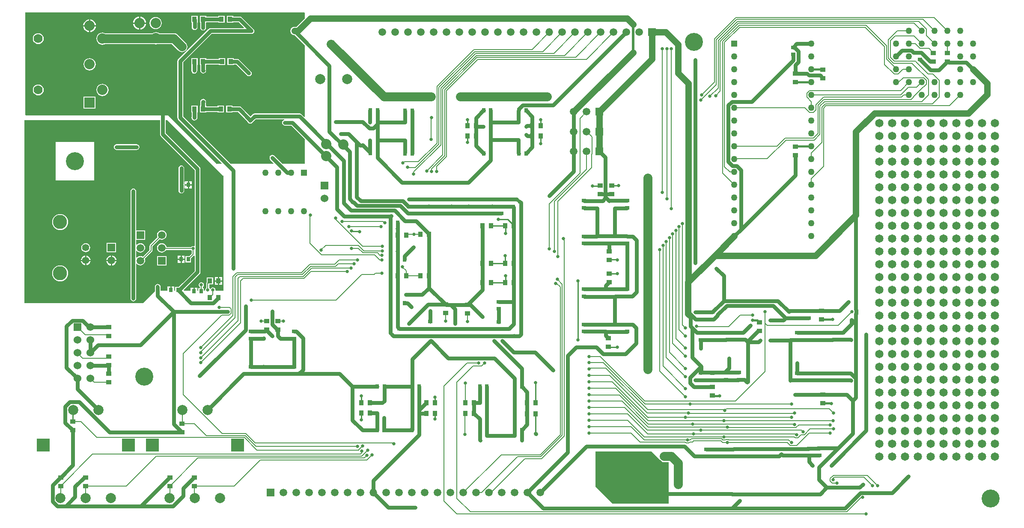
<source format=gbl>
%FSLAX25Y25*%
%MOIN*%
G70*
G01*
G75*
G04 Layer_Physical_Order=2*
G04 Layer_Color=16711680*
%ADD10O,0.01181X0.07480*%
%ADD11O,0.07480X0.01181*%
%ADD12R,0.07087X0.05118*%
%ADD13R,0.03937X0.03543*%
%ADD14R,0.03543X0.03150*%
%ADD15R,0.03543X0.03937*%
%ADD16R,0.06299X0.03150*%
%ADD17R,0.03150X0.06299*%
%ADD18R,0.02200X0.07800*%
%ADD19R,0.01400X0.06600*%
%ADD20O,0.02400X0.08000*%
%ADD21R,0.02200X0.05000*%
%ADD22R,0.05118X0.08661*%
%ADD23R,0.01400X0.07100*%
%ADD24O,0.07874X0.01969*%
%ADD25O,0.10000X0.01181*%
%ADD26O,0.01181X0.10000*%
%ADD27R,0.05118X0.09449*%
%ADD28R,0.09449X0.05118*%
%ADD29R,0.06299X0.06299*%
%ADD30R,0.09800X0.03700*%
%ADD31R,0.25700X0.26400*%
%ADD32R,0.01181X0.04724*%
%ADD33O,0.01181X0.04724*%
%ADD34R,0.05906X0.09055*%
%ADD35R,0.09055X0.09055*%
%ADD36R,0.05118X0.05906*%
%ADD37R,0.03150X0.03543*%
%ADD38C,0.01000*%
%ADD39C,0.03000*%
%ADD40C,0.00800*%
%ADD41C,0.10000*%
%ADD42C,0.01500*%
%ADD43C,0.05000*%
%ADD44C,0.07000*%
%ADD45C,0.05000*%
%ADD46R,0.05000X0.05000*%
%ADD47C,0.08000*%
%ADD48C,0.06000*%
%ADD49R,0.06000X0.06000*%
%ADD50R,0.09843X0.09843*%
%ADD51C,0.07874*%
%ADD52R,0.05906X0.05906*%
%ADD53C,0.05906*%
%ADD54O,0.05945X0.05906*%
%ADD55C,0.07000*%
%ADD56R,0.08000X0.08000*%
%ADD57R,0.05000X0.05000*%
%ADD58R,0.05906X0.05906*%
%ADD59C,0.11000*%
%ADD60C,0.05500*%
%ADD61C,0.06500*%
%ADD62C,0.14000*%
%ADD63C,0.02500*%
%ADD64C,0.03000*%
%ADD65C,0.02000*%
G36*
X318500Y495100D02*
Y490865D01*
X311863Y484228D01*
X310500D01*
X309665Y484118D01*
X308886Y483795D01*
X308218Y483282D01*
X307705Y482614D01*
X307382Y481835D01*
X307272Y481000D01*
X307382Y480165D01*
X307705Y479386D01*
X308218Y478718D01*
X308886Y478205D01*
X309665Y477882D01*
X310500Y477772D01*
X310555D01*
X318500Y469828D01*
Y414125D01*
X318038Y413934D01*
X315986Y415986D01*
X315258Y416472D01*
X314400Y416643D01*
X279400D01*
X278542Y416472D01*
X277814Y415986D01*
X276250Y414422D01*
X269086Y421586D01*
X268358Y422072D01*
X267500Y422243D01*
X262318D01*
Y422669D01*
X257375D01*
Y417332D01*
X262318D01*
Y417757D01*
X266571D01*
X273864Y410464D01*
X273928Y410142D01*
X274414Y409414D01*
X275142Y408928D01*
X276000Y408757D01*
X276858Y408928D01*
X277586Y409414D01*
X277586Y409414D01*
X277586Y409414D01*
X280329Y412157D01*
X302530D01*
X302579Y411659D01*
X302142Y411572D01*
X301414Y411086D01*
X300928Y410358D01*
X300757Y409500D01*
X300928Y408642D01*
X301414Y407914D01*
X302142Y407428D01*
X303000Y407257D01*
X307871D01*
X318500Y396628D01*
Y377400D01*
X301172D01*
X294886Y383686D01*
X294158Y384172D01*
X293300Y384343D01*
X292442Y384172D01*
X291714Y383686D01*
X291228Y382958D01*
X291057Y382100D01*
X291228Y381242D01*
X291714Y380514D01*
X294366Y377862D01*
X294175Y377400D01*
X260772D01*
X223743Y414429D01*
Y456471D01*
X246029Y478757D01*
X277000D01*
X277858Y478928D01*
X278586Y479414D01*
X279072Y480142D01*
X279243Y481000D01*
X279072Y481858D01*
X278586Y482586D01*
X269586Y491586D01*
X268858Y492072D01*
X268000Y492243D01*
X262818D01*
Y492668D01*
X257875D01*
Y487331D01*
X262818D01*
Y487757D01*
X267071D01*
X271123Y483705D01*
X270931Y483243D01*
X245100D01*
X244242Y483072D01*
X243514Y482586D01*
X219914Y458986D01*
X219428Y458258D01*
X219257Y457400D01*
Y413500D01*
X219428Y412642D01*
X219914Y411914D01*
X219914Y411914D01*
X219914D01*
Y411914D01*
X219914Y411914D01*
X253966Y377862D01*
X253774Y377400D01*
X250300D01*
X250100Y377200D01*
X212100Y415200D01*
X101600D01*
X100900Y415900D01*
Y495500D01*
X318100D01*
X318500Y495100D01*
D02*
G37*
G36*
X205757Y400500D02*
X205928Y399642D01*
X206414Y398914D01*
X206414Y398914D01*
X206414D01*
Y398914D01*
X206414Y398914D01*
X232757Y372571D01*
Y313352D01*
X232316Y313116D01*
X232311Y313119D01*
X231550Y313271D01*
X230789Y313119D01*
X230144Y312688D01*
X229954Y312404D01*
X210818D01*
X210759Y312854D01*
X210391Y313742D01*
X209805Y314505D01*
X209042Y315091D01*
X208154Y315459D01*
X207200Y315584D01*
X206246Y315459D01*
X205358Y315091D01*
X204595Y314505D01*
X204009Y313742D01*
X203641Y312854D01*
X203516Y311900D01*
X203641Y310946D01*
X204009Y310058D01*
X204595Y309295D01*
X205358Y308709D01*
X206246Y308341D01*
X207200Y308216D01*
X208154Y308341D01*
X209042Y308709D01*
X209805Y309295D01*
X210391Y310058D01*
X210433Y310161D01*
X229954D01*
X230144Y309877D01*
X230429Y309687D01*
Y307259D01*
X228641Y305472D01*
X225481D01*
Y300528D01*
X230031D01*
Y303689D01*
X232064Y305722D01*
X232562Y305673D01*
X232757Y305380D01*
Y293929D01*
X223414Y284586D01*
X220299Y281472D01*
X217481D01*
Y278600D01*
X216819D01*
Y281772D01*
X214744D01*
Y279000D01*
X213744D01*
Y281772D01*
X211669D01*
Y278600D01*
X206243D01*
Y281500D01*
X206072Y282358D01*
X205586Y283086D01*
X204858Y283572D01*
X204763Y283591D01*
X204761Y283593D01*
X204000Y283744D01*
X203239Y283593D01*
X203237Y283591D01*
X203142Y283572D01*
X202414Y283086D01*
X201928Y282358D01*
X201757Y281500D01*
Y277957D01*
X192600Y268800D01*
X100554D01*
X100200Y269154D01*
X100300Y411600D01*
X205757D01*
Y400500D01*
D02*
G37*
G36*
X594999Y146760D02*
X595304Y146362D01*
X595748Y146022D01*
X596926Y144861D01*
X597025Y144763D01*
X601800D01*
Y112598D01*
X601700Y112500D01*
X557731D01*
Y112696D01*
X544899Y125346D01*
X544899Y125739D01*
X544899Y125739D01*
X544899Y125739D01*
Y152902D01*
X544899Y152902D01*
X544899Y152902D01*
X544939Y153000D01*
X588669D01*
X594999Y146760D01*
D02*
G37*
G36*
X255000Y368200D02*
X255100Y368100D01*
Y278600D01*
X249303D01*
X248986Y278987D01*
X248988Y279000D01*
X248837Y279761D01*
X248406Y280406D01*
X247761Y280837D01*
X247000Y280988D01*
X246239Y280837D01*
X245594Y280406D01*
X245250Y279891D01*
X244750D01*
X244406Y280406D01*
X244122Y280596D01*
Y283331D01*
X247125D01*
Y288668D01*
X242182D01*
Y285102D01*
X241964Y284776D01*
X241878Y284347D01*
X241879Y284346D01*
Y280596D01*
X241594Y280406D01*
X241163Y279761D01*
X241012Y279000D01*
X241015Y278987D01*
X240697Y278600D01*
X240031D01*
Y280472D01*
X239122D01*
Y281404D01*
X239406Y281594D01*
X239837Y282239D01*
X239988Y283000D01*
X239837Y283761D01*
X239406Y284406D01*
X238761Y284837D01*
X238000Y284988D01*
X237239Y284837D01*
X236594Y284406D01*
X236163Y283761D01*
X236012Y283000D01*
X236163Y282239D01*
X236594Y281594D01*
X236878Y281404D01*
Y280472D01*
X235481D01*
Y278600D01*
X234819D01*
Y280772D01*
X232744D01*
Y278000D01*
X231744D01*
Y280772D01*
X229669D01*
Y278600D01*
X224426D01*
X224234Y279062D01*
X226586Y281414D01*
X226586Y281414D01*
X226586Y281414D01*
X236586Y291414D01*
X237072Y292142D01*
X237243Y293000D01*
X237243Y293000D01*
X237243Y293000D01*
Y293000D01*
Y373500D01*
X237243Y373500D01*
X237243Y373500D01*
Y373500D01*
X237243D01*
X237243Y373500D01*
X237072Y374358D01*
X236586Y375086D01*
X210243Y401429D01*
Y411600D01*
X211600D01*
X255000Y368200D01*
D02*
G37*
%LPC*%
G36*
X224819Y305772D02*
X222744D01*
Y303500D01*
X224819D01*
Y305772D01*
D02*
G37*
G36*
X221744D02*
X219669D01*
Y303500D01*
X221744D01*
Y305772D01*
D02*
G37*
G36*
X148500Y305716D02*
Y302500D01*
X151716D01*
X151654Y302979D01*
X151276Y303891D01*
X150674Y304675D01*
X149891Y305276D01*
X148979Y305654D01*
X148500Y305716D01*
D02*
G37*
G36*
X167400Y305921D02*
X166868Y305851D01*
X165907Y305453D01*
X165081Y304819D01*
X164447Y303993D01*
X164049Y303032D01*
X163979Y302500D01*
X167400D01*
Y305921D01*
D02*
G37*
G36*
X168400D02*
Y302500D01*
X171821D01*
X171751Y303032D01*
X171353Y303993D01*
X170719Y304819D01*
X169893Y305453D01*
X168932Y305851D01*
X168400Y305921D01*
D02*
G37*
G36*
X171553Y315653D02*
X164247D01*
Y308347D01*
X171553D01*
Y315653D01*
D02*
G37*
G36*
X222400Y376243D02*
X221542Y376072D01*
X220814Y375586D01*
X220328Y374858D01*
X220157Y374000D01*
Y362244D01*
X220169Y362182D01*
Y360906D01*
X220157Y360844D01*
Y356800D01*
Y356600D01*
X220328Y355742D01*
X220814Y355014D01*
X221542Y354528D01*
X222400Y354357D01*
X223258Y354528D01*
X223986Y355014D01*
X224472Y355742D01*
X224643Y356600D01*
Y356800D01*
Y358528D01*
X224719D01*
Y363472D01*
X224643D01*
Y374000D01*
X224472Y374858D01*
X223986Y375586D01*
X223258Y376072D01*
X222400Y376243D01*
D02*
G37*
G36*
X227456Y360500D02*
X225381D01*
Y358228D01*
X227456D01*
Y360500D01*
D02*
G37*
G36*
X128000Y338230D02*
X126785Y338110D01*
X125616Y337756D01*
X124539Y337180D01*
X123595Y336405D01*
X122820Y335461D01*
X122244Y334384D01*
X121890Y333215D01*
X121770Y332000D01*
X121890Y330785D01*
X122244Y329616D01*
X122820Y328539D01*
X123595Y327595D01*
X124539Y326820D01*
X125616Y326244D01*
X126785Y325890D01*
X128000Y325770D01*
X129215Y325890D01*
X130384Y326244D01*
X131461Y326820D01*
X132405Y327595D01*
X133180Y328539D01*
X133756Y329616D01*
X134110Y330785D01*
X134230Y332000D01*
X134110Y333215D01*
X133756Y334384D01*
X133180Y335461D01*
X132405Y336405D01*
X131461Y337180D01*
X130384Y337756D01*
X129215Y338110D01*
X128000Y338230D01*
D02*
G37*
G36*
X148000Y315480D02*
X147099Y315361D01*
X146260Y315014D01*
X145539Y314461D01*
X144986Y313740D01*
X144639Y312901D01*
X144520Y312000D01*
X144639Y311099D01*
X144986Y310260D01*
X145539Y309539D01*
X146260Y308986D01*
X147099Y308639D01*
X148000Y308520D01*
X148901Y308639D01*
X149740Y308986D01*
X150461Y309539D01*
X151014Y310260D01*
X151361Y311099D01*
X151480Y312000D01*
X151361Y312901D01*
X151014Y313740D01*
X150461Y314461D01*
X149740Y315014D01*
X148901Y315361D01*
X148000Y315480D01*
D02*
G37*
G36*
X185000Y358243D02*
X184142Y358072D01*
X183414Y357586D01*
X182928Y356858D01*
X182757Y356000D01*
Y272500D01*
X182928Y271642D01*
X183414Y270914D01*
X184142Y270428D01*
X185000Y270257D01*
X185858Y270428D01*
X186586Y270914D01*
X187072Y271642D01*
X187243Y272500D01*
Y299366D01*
X187717Y299527D01*
X187895Y299295D01*
X188658Y298709D01*
X189546Y298341D01*
X190500Y298216D01*
X191454Y298341D01*
X192342Y298709D01*
X193105Y299295D01*
X193691Y300058D01*
X194059Y300946D01*
X194184Y301900D01*
X194059Y302854D01*
X193877Y303291D01*
X199593Y309007D01*
X199593Y309007D01*
X199836Y309371D01*
X199836Y309371D01*
X199836Y309371D01*
X199922Y309800D01*
X199922Y309800D01*
Y313035D01*
X205526Y318640D01*
X206246Y318341D01*
X207200Y318216D01*
X208154Y318341D01*
X209042Y318709D01*
X209805Y319295D01*
X210391Y320058D01*
X210759Y320946D01*
X210884Y321900D01*
X210759Y322854D01*
X210391Y323742D01*
X209805Y324505D01*
X209042Y325091D01*
X208154Y325459D01*
X207200Y325584D01*
X206246Y325459D01*
X205358Y325091D01*
X204595Y324505D01*
X204009Y323742D01*
X203641Y322854D01*
X203516Y321900D01*
X203641Y320946D01*
X203940Y320226D01*
X198007Y314293D01*
X197764Y313929D01*
X197678Y313500D01*
X197678Y313500D01*
Y310265D01*
X192434Y305020D01*
X192342Y305091D01*
X191454Y305459D01*
X190500Y305584D01*
X189546Y305459D01*
X188658Y305091D01*
X187895Y304505D01*
X187717Y304273D01*
X187243Y304434D01*
Y309366D01*
X187717Y309527D01*
X187895Y309295D01*
X188658Y308709D01*
X189546Y308341D01*
X190500Y308216D01*
X191454Y308341D01*
X192342Y308709D01*
X193105Y309295D01*
X193691Y310058D01*
X194059Y310946D01*
X194184Y311900D01*
X194059Y312854D01*
X193691Y313742D01*
X193105Y314505D01*
X192342Y315091D01*
X191454Y315459D01*
X190500Y315584D01*
X189546Y315459D01*
X188658Y315091D01*
X187895Y314505D01*
X187717Y314273D01*
X187243Y314434D01*
Y318247D01*
X194153D01*
Y325553D01*
X187243D01*
Y356000D01*
X187072Y356858D01*
X186586Y357586D01*
X185858Y358072D01*
X185000Y358243D01*
D02*
G37*
G36*
X250847Y288968D02*
X248575D01*
Y286500D01*
X250847D01*
Y288968D01*
D02*
G37*
G36*
X254118D02*
X251847D01*
Y286500D01*
X254118D01*
Y288968D01*
D02*
G37*
G36*
X167400Y301500D02*
X163979D01*
X164049Y300968D01*
X164447Y300007D01*
X165081Y299181D01*
X165907Y298547D01*
X166868Y298149D01*
X167400Y298079D01*
Y301500D01*
D02*
G37*
G36*
X250847Y285500D02*
X248575D01*
Y283032D01*
X250847D01*
Y285500D01*
D02*
G37*
G36*
X254118D02*
X251847D01*
Y283032D01*
X254118D01*
Y285500D01*
D02*
G37*
G36*
X128000Y298230D02*
X126785Y298110D01*
X125616Y297756D01*
X124539Y297180D01*
X123595Y296405D01*
X122820Y295461D01*
X122244Y294384D01*
X121890Y293215D01*
X121770Y292000D01*
X121890Y290785D01*
X122244Y289616D01*
X122820Y288539D01*
X123595Y287595D01*
X124539Y286820D01*
X125616Y286244D01*
X126785Y285890D01*
X128000Y285770D01*
X129215Y285890D01*
X130384Y286244D01*
X131461Y286820D01*
X132405Y287595D01*
X133180Y288539D01*
X133756Y289616D01*
X134110Y290785D01*
X134230Y292000D01*
X134110Y293215D01*
X133756Y294384D01*
X133180Y295461D01*
X132405Y296405D01*
X131461Y297180D01*
X130384Y297756D01*
X129215Y298110D01*
X128000Y298230D01*
D02*
G37*
G36*
X171821Y301500D02*
X168400D01*
Y298079D01*
X168932Y298149D01*
X169893Y298547D01*
X170719Y299181D01*
X171353Y300007D01*
X171751Y300968D01*
X171821Y301500D01*
D02*
G37*
G36*
X221744Y302500D02*
X219669D01*
Y300228D01*
X221744D01*
Y302500D01*
D02*
G37*
G36*
X224819D02*
X222744D01*
Y300228D01*
X224819D01*
Y302500D01*
D02*
G37*
G36*
X147500Y305716D02*
X147021Y305654D01*
X146109Y305276D01*
X145326Y304675D01*
X144724Y303891D01*
X144346Y302979D01*
X144283Y302500D01*
X147500D01*
Y305716D01*
D02*
G37*
G36*
X210853Y305553D02*
X203547D01*
Y298247D01*
X210853D01*
Y305553D01*
D02*
G37*
G36*
X147500Y301500D02*
X144283D01*
X144346Y301021D01*
X144724Y300109D01*
X145326Y299325D01*
X146109Y298724D01*
X147021Y298346D01*
X147500Y298284D01*
Y301500D01*
D02*
G37*
G36*
X151716D02*
X148500D01*
Y298284D01*
X148979Y298346D01*
X149891Y298724D01*
X150674Y299325D01*
X151276Y300109D01*
X151654Y301021D01*
X151716Y301500D01*
D02*
G37*
G36*
X155977Y484500D02*
X151500D01*
Y480023D01*
X152305Y480129D01*
X153522Y480632D01*
X154566Y481434D01*
X155368Y482478D01*
X155871Y483695D01*
X155977Y484500D01*
D02*
G37*
G36*
X235125Y492668D02*
X230182D01*
Y487331D01*
X230507D01*
Y484000D01*
X230678Y483142D01*
X231164Y482414D01*
X231892Y481928D01*
X232750Y481757D01*
X233608Y481928D01*
X234336Y482414D01*
X234822Y483142D01*
X234993Y484000D01*
Y487331D01*
X235125D01*
Y492668D01*
D02*
G37*
G36*
X189400Y486600D02*
X184923D01*
X185029Y485795D01*
X185532Y484578D01*
X186334Y483534D01*
X187378Y482732D01*
X188595Y482229D01*
X189400Y482123D01*
Y486600D01*
D02*
G37*
G36*
X111000Y479236D02*
X109904Y479092D01*
X108882Y478669D01*
X108004Y477995D01*
X107331Y477118D01*
X106908Y476096D01*
X106764Y475000D01*
X106908Y473904D01*
X107331Y472882D01*
X108004Y472005D01*
X108882Y471331D01*
X109904Y470908D01*
X111000Y470764D01*
X112096Y470908D01*
X113118Y471331D01*
X113996Y472005D01*
X114669Y472882D01*
X115092Y473904D01*
X115236Y475000D01*
X115092Y476096D01*
X114669Y477118D01*
X113996Y477995D01*
X113118Y478669D01*
X112096Y479092D01*
X111000Y479236D01*
D02*
G37*
G36*
X202700Y480041D02*
X201473Y479879D01*
X200330Y479405D01*
X200109Y479236D01*
X163055D01*
X162227Y479579D01*
X161000Y479741D01*
X159773Y479579D01*
X158630Y479106D01*
X157648Y478352D01*
X156895Y477370D01*
X156421Y476227D01*
X156259Y475000D01*
X156421Y473773D01*
X156895Y472630D01*
X157648Y471648D01*
X158630Y470894D01*
X159773Y470421D01*
X161000Y470259D01*
X162227Y470421D01*
X163055Y470764D01*
X201370D01*
X201473Y470721D01*
X202700Y470559D01*
X203927Y470721D01*
X204030Y470764D01*
X214845D01*
X219904Y465704D01*
X220782Y465031D01*
X221804Y464608D01*
X222900Y464464D01*
X223996Y464608D01*
X225018Y465031D01*
X225896Y465704D01*
X226569Y466582D01*
X226992Y467604D01*
X227136Y468700D01*
X226992Y469796D01*
X226569Y470818D01*
X225896Y471696D01*
X219596Y477995D01*
X218718Y478669D01*
X217696Y479092D01*
X216600Y479236D01*
X205291D01*
X205070Y479405D01*
X203927Y479879D01*
X202700Y480041D01*
D02*
G37*
G36*
X150500Y484500D02*
X146023D01*
X146129Y483695D01*
X146633Y482478D01*
X147434Y481434D01*
X148478Y480632D01*
X149695Y480129D01*
X150500Y480023D01*
Y484500D01*
D02*
G37*
G36*
X194877Y486600D02*
X190400D01*
Y482123D01*
X191205Y482229D01*
X192422Y482732D01*
X193466Y483534D01*
X194267Y484578D01*
X194771Y485795D01*
X194877Y486600D01*
D02*
G37*
G36*
X189400Y492077D02*
X188595Y491971D01*
X187378Y491468D01*
X186334Y490666D01*
X185532Y489622D01*
X185029Y488405D01*
X184923Y487600D01*
X189400D01*
Y492077D01*
D02*
G37*
G36*
X190400D02*
Y487600D01*
X194877D01*
X194771Y488405D01*
X194267Y489622D01*
X193466Y490666D01*
X192422Y491468D01*
X191205Y491971D01*
X190400Y492077D01*
D02*
G37*
G36*
X256125Y492668D02*
X251182D01*
Y492243D01*
X241818D01*
Y492668D01*
X236875D01*
Y487331D01*
X237103D01*
Y483834D01*
X237057Y483600D01*
X237228Y482742D01*
X237714Y482014D01*
X238442Y481528D01*
X239300Y481357D01*
X240158Y481528D01*
X240886Y482014D01*
X240933Y482060D01*
X241419Y482788D01*
X241590Y483646D01*
Y487331D01*
X241818D01*
Y487757D01*
X251182D01*
Y487331D01*
X256125D01*
Y492668D01*
D02*
G37*
G36*
X202400Y491841D02*
X201173Y491679D01*
X200030Y491206D01*
X199048Y490452D01*
X198295Y489470D01*
X197821Y488327D01*
X197659Y487100D01*
X197821Y485873D01*
X198295Y484730D01*
X199048Y483748D01*
X200030Y482995D01*
X201173Y482521D01*
X202400Y482359D01*
X203627Y482521D01*
X204770Y482995D01*
X205752Y483748D01*
X206505Y484730D01*
X206979Y485873D01*
X207141Y487100D01*
X206979Y488327D01*
X206505Y489470D01*
X205752Y490452D01*
X204770Y491206D01*
X203627Y491679D01*
X202400Y491841D01*
D02*
G37*
G36*
X150500Y489977D02*
X149695Y489871D01*
X148478Y489367D01*
X147434Y488566D01*
X146633Y487522D01*
X146129Y486305D01*
X146023Y485500D01*
X150500D01*
Y489977D01*
D02*
G37*
G36*
X151500D02*
Y485500D01*
X155977D01*
X155871Y486305D01*
X155368Y487522D01*
X154566Y488566D01*
X153522Y489367D01*
X152305Y489871D01*
X151500Y489977D01*
D02*
G37*
G36*
X256625Y459668D02*
X251682D01*
Y459243D01*
X241818D01*
Y459668D01*
X236875D01*
Y454331D01*
X237103D01*
Y450153D01*
X237274Y449295D01*
X237760Y448567D01*
X237760Y448567D01*
X237760D01*
Y448567D01*
X237760Y448567D01*
X237814Y448514D01*
X238542Y448028D01*
X239400Y447857D01*
X240258Y448028D01*
X240986Y448514D01*
X241472Y449242D01*
X241643Y450100D01*
X241590Y450369D01*
Y454331D01*
X241818D01*
Y454757D01*
X251682D01*
Y454331D01*
X256625D01*
Y459668D01*
D02*
G37*
G36*
X154500Y394500D02*
X124500D01*
Y364500D01*
X154500D01*
Y394500D01*
D02*
G37*
G36*
X187500Y392743D02*
X172000D01*
X171142Y392572D01*
X170414Y392086D01*
X169928Y391358D01*
X169757Y390500D01*
X169928Y389642D01*
X170414Y388914D01*
X171142Y388428D01*
X172000Y388257D01*
X187500D01*
X188358Y388428D01*
X189086Y388914D01*
X189572Y389642D01*
X189743Y390500D01*
X189572Y391358D01*
X189086Y392086D01*
X188358Y392572D01*
X187500Y392743D01*
D02*
G37*
G36*
X235125Y422669D02*
X230182D01*
Y417332D01*
X230410D01*
Y414272D01*
X230257Y413500D01*
X230428Y412642D01*
X230914Y411914D01*
X231642Y411428D01*
X232500Y411257D01*
X233358Y411428D01*
X234086Y411914D01*
X234240Y412067D01*
X234726Y412795D01*
X234897Y413654D01*
Y417332D01*
X235125D01*
Y422669D01*
D02*
G37*
G36*
X230531Y360500D02*
X228456D01*
Y358228D01*
X230531D01*
Y360500D01*
D02*
G37*
G36*
X227456Y363772D02*
X225381D01*
Y361500D01*
X227456D01*
Y363772D01*
D02*
G37*
G36*
X230531D02*
X228456D01*
Y361500D01*
X230531D01*
Y363772D01*
D02*
G37*
G36*
X239400Y428043D02*
X238542Y427872D01*
X237814Y427386D01*
X237760Y427333D01*
X237274Y426605D01*
X237103Y425746D01*
Y422669D01*
X236875D01*
Y417332D01*
X241818D01*
Y417757D01*
X250682D01*
Y417332D01*
X255625D01*
Y422669D01*
X250682D01*
Y422243D01*
X241818D01*
Y422669D01*
X241590D01*
Y425531D01*
X241643Y425800D01*
X241472Y426658D01*
X240986Y427386D01*
X240258Y427872D01*
X239400Y428043D01*
D02*
G37*
G36*
X263318Y459668D02*
X258375D01*
Y454331D01*
X263318D01*
Y454757D01*
X265071D01*
X273414Y446414D01*
X274142Y445928D01*
X275000Y445757D01*
X275858Y445928D01*
X276586Y446414D01*
X277072Y447142D01*
X277243Y448000D01*
X277072Y448858D01*
X276586Y449586D01*
X267586Y458586D01*
X266858Y459072D01*
X266000Y459243D01*
X263318D01*
Y459668D01*
D02*
G37*
G36*
X235125D02*
X230182D01*
Y454331D01*
X230257D01*
Y450000D01*
X230428Y449142D01*
X230914Y448414D01*
X231642Y447928D01*
X232500Y447757D01*
X233358Y447928D01*
X234086Y448414D01*
X234572Y449142D01*
X234743Y450000D01*
Y454331D01*
X235125D01*
Y459668D01*
D02*
G37*
G36*
X151000Y459741D02*
X149773Y459579D01*
X148630Y459105D01*
X147648Y458352D01*
X146895Y457370D01*
X146421Y456227D01*
X146259Y455000D01*
X146421Y453773D01*
X146895Y452630D01*
X147648Y451648D01*
X148630Y450894D01*
X149773Y450421D01*
X151000Y450259D01*
X152227Y450421D01*
X153370Y450894D01*
X154352Y451648D01*
X155105Y452630D01*
X155579Y453773D01*
X155741Y455000D01*
X155579Y456227D01*
X155105Y457370D01*
X154352Y458352D01*
X153370Y459105D01*
X152227Y459579D01*
X151000Y459741D01*
D02*
G37*
G36*
X155700Y429700D02*
X146300D01*
Y420300D01*
X155700D01*
Y429700D01*
D02*
G37*
G36*
X161000Y439741D02*
X159773Y439579D01*
X158630Y439106D01*
X157648Y438352D01*
X156895Y437370D01*
X156421Y436227D01*
X156259Y435000D01*
X156421Y433773D01*
X156895Y432630D01*
X157648Y431648D01*
X158630Y430895D01*
X159773Y430421D01*
X161000Y430259D01*
X162227Y430421D01*
X163370Y430895D01*
X164352Y431648D01*
X165105Y432630D01*
X165579Y433773D01*
X165741Y435000D01*
X165579Y436227D01*
X165105Y437370D01*
X164352Y438352D01*
X163370Y439106D01*
X162227Y439579D01*
X161000Y439741D01*
D02*
G37*
G36*
X111000Y439236D02*
X109904Y439092D01*
X108882Y438669D01*
X108004Y437995D01*
X107331Y437118D01*
X106908Y436096D01*
X106764Y435000D01*
X106908Y433904D01*
X107331Y432882D01*
X108004Y432004D01*
X108882Y431331D01*
X109904Y430908D01*
X111000Y430764D01*
X112096Y430908D01*
X113118Y431331D01*
X113996Y432004D01*
X114669Y432882D01*
X115092Y433904D01*
X115236Y435000D01*
X115092Y436096D01*
X114669Y437118D01*
X113996Y437995D01*
X113118Y438669D01*
X112096Y439092D01*
X111000Y439236D01*
D02*
G37*
%LPD*%
D13*
X808000Y457154D02*
D03*
Y463846D02*
D03*
X819000Y457154D02*
D03*
Y463846D02*
D03*
X722000Y444153D02*
D03*
Y450846D02*
D03*
X700500Y384154D02*
D03*
Y390846D02*
D03*
X555600Y302554D02*
D03*
Y309246D02*
D03*
X555500Y285154D02*
D03*
Y291846D02*
D03*
X213500Y132846D02*
D03*
Y126154D02*
D03*
X232500Y132846D02*
D03*
Y126154D02*
D03*
X223000Y168154D02*
D03*
Y174846D02*
D03*
X428200Y267647D02*
D03*
Y260953D02*
D03*
X445100Y267446D02*
D03*
Y260753D02*
D03*
X165800Y213647D02*
D03*
Y206954D02*
D03*
Y220354D02*
D03*
Y227046D02*
D03*
X165900Y249946D02*
D03*
Y243253D02*
D03*
X297500Y254847D02*
D03*
Y248153D02*
D03*
X289000Y254847D02*
D03*
Y248153D02*
D03*
X555000Y241347D02*
D03*
Y234653D02*
D03*
X557500Y360347D02*
D03*
Y353654D02*
D03*
X548500Y360347D02*
D03*
Y353654D02*
D03*
X700500Y447847D02*
D03*
Y441153D02*
D03*
X128500Y132846D02*
D03*
Y126154D02*
D03*
X148000Y132846D02*
D03*
Y126154D02*
D03*
X138000Y169653D02*
D03*
Y176347D02*
D03*
X721000Y262846D02*
D03*
Y256153D02*
D03*
X672500Y247153D02*
D03*
Y253847D02*
D03*
X722000Y190654D02*
D03*
Y197346D02*
D03*
X636000Y196653D02*
D03*
Y203346D02*
D03*
D14*
X469600Y248744D02*
D03*
Y254256D02*
D03*
X420000Y344244D02*
D03*
Y349756D02*
D03*
X410300Y344156D02*
D03*
Y338644D02*
D03*
X404000Y344244D02*
D03*
Y349756D02*
D03*
X453200Y344244D02*
D03*
Y349756D02*
D03*
X441000Y344244D02*
D03*
Y349756D02*
D03*
X480500Y344244D02*
D03*
Y349756D02*
D03*
X477400Y248756D02*
D03*
Y243244D02*
D03*
X457600Y248756D02*
D03*
Y243244D02*
D03*
X429300Y248756D02*
D03*
Y243244D02*
D03*
X405700Y248756D02*
D03*
Y243244D02*
D03*
X392200Y248756D02*
D03*
Y243244D02*
D03*
X797500Y458744D02*
D03*
Y464256D02*
D03*
X698800Y462744D02*
D03*
Y468256D02*
D03*
X536000Y348656D02*
D03*
Y343144D02*
D03*
X569500Y348756D02*
D03*
Y343244D02*
D03*
X536000Y315344D02*
D03*
Y320856D02*
D03*
X569500Y315344D02*
D03*
Y320856D02*
D03*
X536000Y279756D02*
D03*
Y274244D02*
D03*
X569500Y279756D02*
D03*
Y274244D02*
D03*
X535800Y246644D02*
D03*
Y252156D02*
D03*
X569500Y246644D02*
D03*
Y252156D02*
D03*
X276600Y246756D02*
D03*
Y241244D02*
D03*
X310300Y246756D02*
D03*
Y241244D02*
D03*
X276600Y213744D02*
D03*
Y219256D02*
D03*
X310300Y213744D02*
D03*
Y219256D02*
D03*
X471500Y344256D02*
D03*
Y338744D02*
D03*
X737606Y245858D02*
D03*
Y240347D02*
D03*
X729500Y245756D02*
D03*
Y240244D02*
D03*
X737500Y214256D02*
D03*
Y208744D02*
D03*
X729500Y214256D02*
D03*
Y208744D02*
D03*
X711100Y155556D02*
D03*
Y150044D02*
D03*
X719200Y155656D02*
D03*
Y150144D02*
D03*
X702000Y214256D02*
D03*
Y208744D02*
D03*
X711000Y214256D02*
D03*
Y208744D02*
D03*
X702000Y245756D02*
D03*
Y240244D02*
D03*
X711000Y245756D02*
D03*
Y240244D02*
D03*
X656606Y245858D02*
D03*
Y240347D02*
D03*
X646500Y245756D02*
D03*
Y240244D02*
D03*
X702000Y257244D02*
D03*
Y262756D02*
D03*
X711000Y257244D02*
D03*
Y262756D02*
D03*
X656500Y214756D02*
D03*
Y209244D02*
D03*
X646500Y214556D02*
D03*
Y209044D02*
D03*
X631300Y154856D02*
D03*
Y149344D02*
D03*
X640900Y154856D02*
D03*
Y149344D02*
D03*
X627000Y214356D02*
D03*
Y208844D02*
D03*
X636000Y214256D02*
D03*
Y208744D02*
D03*
X627000Y245756D02*
D03*
Y240244D02*
D03*
X636000Y245756D02*
D03*
Y240244D02*
D03*
X627000Y256244D02*
D03*
Y261756D02*
D03*
X636000Y256244D02*
D03*
Y261756D02*
D03*
X416100Y248844D02*
D03*
Y254356D02*
D03*
X469400Y269856D02*
D03*
Y264344D02*
D03*
D15*
X456753Y299800D02*
D03*
X463447D02*
D03*
X445154Y407000D02*
D03*
X451847D02*
D03*
X502347D02*
D03*
X495653D02*
D03*
X502347Y399000D02*
D03*
X495653D02*
D03*
X251346Y273000D02*
D03*
X244654D02*
D03*
X251346Y286000D02*
D03*
X244654D02*
D03*
X498347Y191100D02*
D03*
X491653D02*
D03*
X498347Y182300D02*
D03*
X491653D02*
D03*
X443553Y191100D02*
D03*
X450246D02*
D03*
X443553Y182800D02*
D03*
X450246D02*
D03*
X456753Y284900D02*
D03*
X463447D02*
D03*
X415246Y322500D02*
D03*
X408554D02*
D03*
X419946Y191100D02*
D03*
X413253D02*
D03*
X419846Y182900D02*
D03*
X413154D02*
D03*
X362653Y191000D02*
D03*
X369346D02*
D03*
X362653Y183000D02*
D03*
X369346D02*
D03*
X445154Y399100D02*
D03*
X451847D02*
D03*
X260347Y490000D02*
D03*
X253654D02*
D03*
X239347D02*
D03*
X232653D02*
D03*
X415246Y290200D02*
D03*
X408554D02*
D03*
X390754D02*
D03*
X397446D02*
D03*
X481247Y299800D02*
D03*
X474553D02*
D03*
X481247Y284800D02*
D03*
X474553D02*
D03*
X390754Y321900D02*
D03*
X397446D02*
D03*
X456853Y329200D02*
D03*
X463547D02*
D03*
X481247D02*
D03*
X474553D02*
D03*
X260846Y457000D02*
D03*
X254153D02*
D03*
X239347D02*
D03*
X232653D02*
D03*
X259846Y420000D02*
D03*
X253153D02*
D03*
X239347D02*
D03*
X232653D02*
D03*
D37*
X390744Y268700D02*
D03*
X396256D02*
D03*
X390756Y259600D02*
D03*
X385244D02*
D03*
X390756Y281900D02*
D03*
X385244D02*
D03*
X390756Y331300D02*
D03*
X385244D02*
D03*
X390756Y314000D02*
D03*
X385244D02*
D03*
X481244Y337000D02*
D03*
X486756D02*
D03*
X481244Y315900D02*
D03*
X486756D02*
D03*
X481244Y270000D02*
D03*
X486756D02*
D03*
X481244Y258100D02*
D03*
X486756D02*
D03*
X369544Y385700D02*
D03*
X375056D02*
D03*
X369544Y419100D02*
D03*
X375056D02*
D03*
X402156Y418900D02*
D03*
X396644D02*
D03*
X402156Y385500D02*
D03*
X396644D02*
D03*
X490856Y419000D02*
D03*
X485344D02*
D03*
X457744Y419000D02*
D03*
X463256D02*
D03*
X490856Y385500D02*
D03*
X485344D02*
D03*
X454744Y203800D02*
D03*
X460256D02*
D03*
X487456Y203800D02*
D03*
X481944D02*
D03*
X487456Y169900D02*
D03*
X481944D02*
D03*
X454744Y169900D02*
D03*
X460256D02*
D03*
X407556Y169900D02*
D03*
X402044D02*
D03*
X374844D02*
D03*
X380356D02*
D03*
X374944Y203700D02*
D03*
X380456D02*
D03*
X407656Y203700D02*
D03*
X402144D02*
D03*
X457744Y385600D02*
D03*
X463256D02*
D03*
X214244Y279000D02*
D03*
X219756D02*
D03*
X232244Y278000D02*
D03*
X237756D02*
D03*
X222244Y303000D02*
D03*
X227756D02*
D03*
X227956Y361000D02*
D03*
X222444D02*
D03*
X390844Y302900D02*
D03*
X396356D02*
D03*
D38*
X498200Y191246D02*
X498347Y191100D01*
X498200Y191246D02*
Y206700D01*
X498347Y166954D02*
Y182300D01*
X419846Y192000D02*
Y195400D01*
X419800Y178300D02*
X419846Y178347D01*
Y182900D01*
X362500Y191154D02*
Y196400D01*
X362653Y177800D02*
Y183000D01*
X362500Y191154D02*
X362653Y191000D01*
X561747Y302654D02*
X561900Y302500D01*
X557000Y302654D02*
X561747D01*
X531100Y240000D02*
Y286100D01*
X569256Y321100D02*
X569500Y320856D01*
X445154Y394200D02*
Y398500D01*
Y407000D02*
Y412000D01*
X502347Y407000D02*
Y411800D01*
X396500Y386044D02*
X397044Y385500D01*
X361000Y324800D02*
X361200Y324600D01*
X355300Y324800D02*
X361000D01*
X355000Y325100D02*
X355300Y324800D01*
X403844Y338800D02*
X403900Y338744D01*
X476505Y334100D02*
X481244Y329361D01*
X469300Y334100D02*
X476505D01*
X463447Y284900D02*
X474453D01*
X463447Y299800D02*
X474553D01*
X463547Y329200D02*
X474553D01*
X474800Y285047D02*
Y290200D01*
Y323000D02*
Y328954D01*
X474553Y284800D02*
X474800Y285047D01*
X474553Y299800D02*
X474600Y299847D01*
Y305800D01*
X555500Y291846D02*
X561846D01*
X555154Y234500D02*
X561900D01*
X557500Y360347D02*
X562847D01*
X542500Y360000D02*
X548153D01*
X502347Y393000D02*
Y399000D01*
D39*
X407656Y185502D02*
Y203700D01*
Y185502D02*
X413253Y191100D01*
X407556Y185402D02*
X407656Y185502D01*
X407556Y182900D02*
Y185402D01*
X314000Y213744D02*
X345656D01*
X310300D02*
X314000D01*
X317100Y216844D01*
Y241600D01*
X311944Y246756D02*
X317100Y241600D01*
X310300Y246756D02*
X311944D01*
X552756Y279756D02*
X552900Y279900D01*
X536000Y279756D02*
X552756D01*
X460256Y169900D02*
Y203800D01*
X487456Y203800D02*
Y217888D01*
Y203800D02*
X491653Y199602D01*
Y191100D02*
Y199602D01*
X450246Y191100D02*
X450347Y191000D01*
X454744D01*
Y203800D01*
X498347Y166954D02*
X498400Y166900D01*
X454744Y162056D02*
Y169900D01*
Y162056D02*
X455100Y161700D01*
X460200Y165600D02*
X481800D01*
X481944Y165744D01*
Y169900D01*
X460200Y165600D02*
X460256Y165656D01*
Y169900D01*
X450246Y182800D02*
Y191100D01*
Y182800D02*
X454744Y178302D01*
Y169900D02*
Y178302D01*
X487456Y161700D02*
Y169900D01*
X491653Y182300D02*
Y191100D01*
X487456Y169900D02*
X491653Y174098D01*
Y182300D01*
X481944Y169900D02*
Y203800D01*
X466200Y225900D02*
X481944Y210156D01*
Y203800D02*
Y210156D01*
X430300Y225900D02*
X466200D01*
X402144Y179400D02*
Y203700D01*
Y170000D02*
Y179400D01*
X380456Y192556D02*
Y203700D01*
X378900Y191000D02*
X380456Y192556D01*
X369346Y191000D02*
X378900D01*
X407556Y182900D02*
X413154D01*
X380356Y169900D02*
Y179400D01*
X374844Y169900D02*
Y182900D01*
X369346Y183000D02*
X374800D01*
X407556Y169900D02*
Y182900D01*
X380356Y169900D02*
X402044D01*
X402144Y170000D01*
X363400Y169900D02*
X374844D01*
X355700Y177600D02*
X363400Y169900D01*
X355700Y177600D02*
Y203700D01*
X374944D01*
X345656Y213744D02*
X355700Y203700D01*
X380456D02*
X380456Y203700D01*
X402144D01*
Y224944D01*
X407556Y166065D02*
Y169900D01*
X372000Y130509D02*
X407556Y166065D01*
X372000Y121000D02*
Y130509D01*
X276600Y219256D02*
X299400D01*
X310300D01*
X286644Y241244D02*
X286700Y241300D01*
X276600Y241244D02*
X286644D01*
X276600Y219256D02*
X276600Y219256D01*
Y241244D01*
X297500Y243100D02*
Y248153D01*
Y243100D02*
X299400Y241200D01*
X299444Y241244D02*
X310300D01*
Y219256D02*
Y241244D01*
X310300Y219256D02*
X310300Y219256D01*
X289000Y247400D02*
Y248153D01*
Y247400D02*
X293300Y243100D01*
X276600Y213744D02*
X310300D01*
X287602Y246756D02*
X289000Y248153D01*
X276600Y246756D02*
X287602D01*
X271028Y213744D02*
X276600D01*
X242843Y185559D02*
X271028Y213744D01*
X546300Y273800D02*
X559800D01*
X536444D02*
X546300D01*
X535800Y252156D02*
X559800D01*
Y252200D02*
Y273800D01*
Y252156D02*
Y252200D01*
Y252156D02*
X569500D01*
X535800Y246644D02*
X552900D01*
X569456Y246600D02*
X569500Y246644D01*
X552900Y246600D02*
X569456D01*
X552900Y243446D02*
X555000Y241347D01*
X552900Y243446D02*
Y246600D01*
Y279900D02*
Y282554D01*
X555500Y285154D01*
X569500Y279756D02*
X569500Y279756D01*
X569356Y279900D02*
X569500Y279756D01*
X552900Y279900D02*
X569356D01*
X560244Y274244D02*
X569500D01*
X559800Y273800D02*
X560244Y274244D01*
X546200Y252100D02*
X559800Y252156D01*
X536000Y274244D02*
X536444Y273800D01*
X523300Y227900D02*
X529900Y234500D01*
X545400D01*
X550900Y229000D01*
X568100D01*
X576700Y237600D01*
Y249300D01*
X573844Y252156D02*
X576700Y249300D01*
X569500Y252156D02*
X573844D01*
X548500Y353654D02*
X552700D01*
X557500D01*
X552700Y350900D02*
Y351500D01*
X550400Y348600D02*
X552700Y350900D01*
Y351500D02*
Y353654D01*
Y351500D02*
X555600Y348600D01*
X569500Y279756D02*
Y315344D01*
X569500Y274244D02*
X573644D01*
X576800Y277400D01*
Y317800D01*
X573744Y320856D02*
X576800Y317800D01*
X569500Y320856D02*
X573744D01*
X556944Y315344D02*
X557000Y315400D01*
X536000Y315344D02*
X556944D01*
X545956Y320856D02*
X546200Y321100D01*
X536000Y320856D02*
X545956D01*
X555600Y348600D02*
X555756Y348756D01*
X569500D01*
X536000Y343144D02*
X536444Y342700D01*
X546200D01*
Y321100D02*
X559900D01*
Y342800D01*
X569056D02*
X569500Y343244D01*
X559900Y342800D02*
X569056D01*
X536000Y348656D02*
X536056Y348600D01*
X550400D01*
X546200Y321100D02*
Y342700D01*
X569444Y315400D02*
X569500Y315344D01*
X557000Y315400D02*
X569444D01*
X559900Y321100D02*
X569256D01*
X555600Y309246D02*
Y315300D01*
X490800Y400200D02*
X492000Y399000D01*
X495653D01*
X490870Y406400D02*
X491470Y407000D01*
X495653D01*
X485344Y419000D02*
Y419946D01*
X488370Y422972D01*
X452447Y406400D02*
X457400D01*
X463300Y396000D02*
X485000D01*
Y385844D02*
Y396000D01*
X451847Y407000D02*
X452447Y406400D01*
X490856Y419000D02*
X495653Y414202D01*
Y407000D02*
Y414202D01*
X490856Y385500D02*
X495653Y390298D01*
X457700Y419000D02*
X457744D01*
X451847Y413146D02*
X457700Y419000D01*
X451847Y391498D02*
X457744Y385600D01*
X463256Y380156D02*
Y385600D01*
X446000Y362900D02*
X463256Y380156D01*
X394300Y362900D02*
X446000D01*
X485000Y385844D02*
X485344Y385500D01*
X463256Y385600D02*
X463300Y385644D01*
Y396000D01*
Y409900D01*
X463256Y419000D02*
X463300Y418956D01*
Y409900D02*
Y418956D01*
X485000Y418656D02*
X485344Y419000D01*
X485000Y409900D02*
Y418656D01*
X463300Y409900D02*
X485000D01*
X375100Y382100D02*
X394300Y362900D01*
X375100Y382100D02*
Y395700D01*
X363400Y392044D02*
X369100Y386344D01*
Y395700D01*
X375100D02*
Y409900D01*
Y395700D02*
X396500D01*
Y386044D02*
Y395700D01*
X402200Y385556D02*
X402256Y385500D01*
X402200Y385556D02*
Y399400D01*
X402156Y399444D02*
X402200Y399400D01*
X402156Y399444D02*
Y406400D01*
Y418900D01*
X361410Y391790D02*
X363400D01*
Y392044D01*
X369100Y409900D02*
Y419100D01*
X396644Y418900D02*
X396700Y418844D01*
Y409900D02*
Y418844D01*
X375100Y418844D02*
X375256Y419000D01*
X375100Y409900D02*
Y418844D01*
X349217Y336283D02*
X385244D01*
X354700Y341000D02*
X388400D01*
X359200Y344700D02*
X392900D01*
X363667Y410100D02*
X368788Y404979D01*
X342500Y410100D02*
X363667D01*
X371854Y404979D02*
X375000Y408125D01*
X368788Y404979D02*
X371854D01*
X221000Y279000D02*
X225000Y283000D01*
X663500Y238500D02*
X671900D01*
X673300Y239900D01*
X680800D02*
X696400D01*
X696500Y240000D01*
X352400Y400800D02*
X358900Y394300D01*
X346700Y400800D02*
X352400D01*
X348900Y346800D02*
Y379900D01*
X314400Y414400D02*
X348900Y379900D01*
X279400Y414400D02*
X314400D01*
X343500Y342000D02*
Y374800D01*
X308800Y409500D02*
X343500Y374800D01*
X303000Y409500D02*
X308800D01*
X622500Y300100D02*
Y458400D01*
X639000Y295800D02*
X644844Y289956D01*
Y270600D02*
Y289956D01*
X239347Y450153D02*
X239400Y450100D01*
X239347Y450153D02*
Y457000D01*
X239300Y483600D02*
X239347Y483646D01*
Y490000D01*
Y425746D02*
X239400Y425800D01*
X239347Y420000D02*
Y425746D01*
X132500Y110524D02*
X191019D01*
X125773D02*
X132500D01*
X146747Y132846D02*
X148000D01*
X139700Y125800D02*
X146747Y132846D01*
X139700Y117724D02*
Y125800D01*
X132500Y110524D02*
X139700Y117724D01*
X506000Y428700D02*
X507100Y429800D01*
X488370Y422972D02*
X511972D01*
X609000Y127400D02*
X609100Y127500D01*
X236700Y212000D02*
X272400Y247700D01*
Y266500D01*
X262800Y295700D02*
Y372200D01*
X221500Y413500D02*
X262800Y372200D01*
X221500Y413500D02*
Y457400D01*
X245100Y481000D01*
X277000D01*
X711100Y145000D02*
Y150044D01*
Y145000D02*
X713900Y142200D01*
X728500D02*
X755600Y169300D01*
Y244600D01*
X734747Y262846D02*
X741800Y269900D01*
X721000Y262846D02*
X734747D01*
X385244Y331300D02*
Y336283D01*
X385283D02*
X385800Y336800D01*
X528000Y371500D02*
Y387000D01*
X508900Y352400D02*
X528000Y371500D01*
X342400Y410200D02*
X342500Y410100D01*
X310500Y481000D02*
X337700Y453800D01*
Y402500D02*
Y453800D01*
Y402500D02*
X353400Y386800D01*
X472200Y239544D02*
X481244Y230500D01*
X497800D01*
X511800Y216500D01*
X523300Y152300D02*
Y227900D01*
X492000Y121000D02*
X523300Y152300D01*
X457600Y248756D02*
X477400D01*
X465800Y239544D02*
X487456Y217888D01*
X399650Y252850D02*
X414446Y267647D01*
X416800Y239400D02*
X430300Y225900D01*
X416600Y239400D02*
X416800D01*
X402144Y224944D02*
X416600Y239400D01*
X618800Y250900D02*
Y258700D01*
X747700Y263679D02*
Y354400D01*
X698800Y468256D02*
X699746D01*
X702772Y456783D02*
Y465230D01*
X700500Y454511D02*
X702772Y456783D01*
X699746Y468256D02*
X702772Y465230D01*
X700500Y447847D02*
Y454511D01*
X698800Y458044D02*
Y462744D01*
Y468256D02*
X701544Y471000D01*
X713000D01*
X658200Y326200D02*
X700500Y368500D01*
X653000Y321000D02*
X658200Y326200D01*
Y372447D01*
X654947Y375700D02*
X658200Y372447D01*
X651653Y375700D02*
X654947D01*
X648300Y379053D02*
X651653Y375700D01*
X648300Y379053D02*
Y422947D01*
X651053Y425700D01*
X666456D01*
X698800Y458044D01*
X614300Y157000D02*
X616300Y155000D01*
X538000Y157000D02*
X614300D01*
X502000Y121000D02*
X538000Y157000D01*
X651061Y108661D02*
X739182D01*
X504339D02*
X651061D01*
X657300Y114900D01*
X651300Y119900D02*
X719776D01*
X597757Y120000D02*
X651300D01*
X719776Y119900D02*
X724876Y125000D01*
X747700Y263679D02*
X747950Y263429D01*
Y260571D02*
Y263429D01*
X747700Y260321D02*
X747950Y260571D01*
X747700Y252300D02*
Y260321D01*
X696500Y208500D02*
Y240000D01*
X219756Y279000D02*
X229924Y268831D01*
X247337D01*
X251346Y272842D01*
Y273000D01*
X191019Y110524D02*
X215857D01*
X191019D02*
X213341Y132846D01*
X213500D01*
X128341D02*
X128500D01*
X122178Y126683D02*
X128341Y132846D01*
X122178Y114119D02*
Y126683D01*
Y114119D02*
X125773Y110524D01*
X215857D02*
X223870Y118537D01*
Y124375D01*
X232342Y132846D01*
X232500D01*
X128500D02*
X138000Y142347D01*
Y169653D01*
X137841D02*
X138000D01*
X166569Y168154D02*
X222842D01*
X132020Y175475D02*
X137841Y169653D01*
X132020Y175475D02*
Y188101D01*
X135615Y191696D01*
X143026D01*
X166569Y168154D01*
X216500Y174495D02*
X222842Y168154D01*
X216500Y174495D02*
Y262000D01*
X190500Y236000D02*
X216500Y262000D01*
X157500Y236000D02*
X190500D01*
X151500Y230000D02*
X157500Y236000D01*
X552700Y353654D02*
Y382300D01*
X548000Y387000D02*
X552700Y382300D01*
X165347Y219900D02*
Y220000D01*
X151500D02*
X165347D01*
X165847Y250000D02*
X165900Y249946D01*
X151500Y250000D02*
X165847D01*
X165800Y213647D02*
Y220354D01*
X691312Y255600D02*
X692956Y257244D01*
X681000Y255600D02*
X691312D01*
X660756Y209244D02*
X663000Y207000D01*
X656500Y209244D02*
X660756D01*
X656000Y208744D02*
X656500Y209244D01*
X636000Y208744D02*
X656000D01*
X622400D02*
X636000D01*
X627500Y214756D02*
X645554D01*
X618700Y210700D02*
X627300Y219300D01*
X618700Y206300D02*
Y210700D01*
Y206300D02*
X621654Y203346D01*
X636000D01*
X645554Y214756D02*
X648800Y218002D01*
Y225700D01*
X640900Y149344D02*
X688044D01*
X689700Y151000D01*
X690656Y150044D01*
X711100D01*
X711200Y150144D01*
X719200D01*
X652300Y154800D02*
X652550Y155050D01*
X710594D01*
X711100Y155556D01*
X733756Y155656D02*
X738600Y160500D01*
X718876Y140776D02*
X733756Y155656D01*
X719200D02*
X733756D01*
X719100Y155556D02*
X719200Y155656D01*
X711100Y155556D02*
X719100D01*
X620100Y226500D02*
Y249496D01*
X618800Y250900D02*
X620100Y249600D01*
X623840Y245756D02*
X627000D01*
X620100Y249496D02*
X623840Y245756D01*
X620100Y249496D02*
Y249600D01*
X622779Y256244D02*
X627000D01*
X618800Y260223D02*
X622779Y256244D01*
X620100Y226500D02*
X627300Y219300D01*
X663000Y207000D02*
X663500Y207500D01*
Y238500D01*
X626900Y240144D02*
X627000Y240244D01*
X626900Y233600D02*
Y240144D01*
X747700Y209946D02*
Y252300D01*
X744300Y255700D02*
X747700Y252300D01*
X738600Y160500D02*
X745300Y167200D01*
Y192700D01*
X721746Y197600D02*
X722000Y197346D01*
X700300Y197600D02*
X721746D01*
X702102Y245858D02*
X737606D01*
X744300Y252552D01*
Y255700D01*
X711000Y208744D02*
X729500D01*
X745300Y192700D02*
X747700Y195100D01*
Y209946D01*
X743390Y214256D02*
X747700Y209946D01*
X737500Y214256D02*
X743390D01*
X722000Y197346D02*
X740654D01*
X745300Y192700D01*
X627000Y214356D02*
X627300Y214656D01*
Y219300D01*
X636102Y245858D02*
X656606D01*
X659958D01*
X665700Y251600D01*
X702000Y214256D02*
X702000Y214256D01*
X702000Y214256D02*
Y222200D01*
X631300Y149344D02*
X640900D01*
X621956D02*
X631300D01*
X616300Y155000D02*
X621956Y149344D01*
X631300Y154856D02*
X640900D01*
X652244D01*
X652300Y154800D01*
X358900Y394300D02*
X361410Y391790D01*
X511972Y422972D02*
X569000Y480000D01*
X358900Y351600D02*
Y394300D01*
X356000Y347500D02*
X356400D01*
X353400Y350100D02*
X356000Y347500D01*
X353400Y350100D02*
Y386800D01*
X348900Y346800D02*
X354700Y341000D01*
X276000Y411000D02*
X279400Y414400D01*
X399000Y344244D02*
X404000D01*
X358900Y351600D02*
X362100Y348400D01*
X394900D01*
X399000Y344300D01*
X356400Y347500D02*
X359200Y344700D01*
X392900D02*
X398800Y338800D01*
X415246Y290200D02*
Y322500D01*
X388400Y341000D02*
X396600Y332800D01*
X405105D01*
X415246Y322658D01*
Y322500D02*
Y322658D01*
X385244Y314000D02*
Y331300D01*
X343500Y342000D02*
X349217Y336283D01*
X390756Y281900D02*
Y314000D01*
X398800Y338800D02*
X403844D01*
X481244Y329361D02*
Y337000D01*
Y315900D02*
Y329361D01*
X481247Y329359D01*
Y329200D02*
Y329359D01*
X432353Y267446D02*
X445100D01*
X428558D02*
X432353D01*
X445100D02*
X447453D01*
X456900Y258000D01*
X435700Y252800D02*
Y264100D01*
X432353Y267446D02*
X435700Y264100D01*
X428359Y267647D02*
X428558Y267446D01*
X428200Y267647D02*
X428359D01*
X410046Y275400D02*
X415246Y280600D01*
X397300Y275400D02*
X410046D01*
X414446Y267647D02*
X428200D01*
X398700Y268800D02*
X401700Y265800D01*
X396156Y268800D02*
X398700D01*
X403900Y338744D02*
X404000Y338644D01*
X469600Y254256D02*
X469600Y254256D01*
Y259300D01*
X474453Y284900D02*
X474553Y284800D01*
X456753Y299800D02*
Y329100D01*
X415246Y280600D02*
Y290200D01*
Y280600D02*
X428200Y267647D01*
X445100Y267446D02*
X456753Y279100D01*
Y284900D01*
Y299800D01*
X453200Y344244D02*
X480500D01*
X481244Y253000D02*
Y258100D01*
X429300Y248756D02*
X457600D01*
X405700D02*
X429300D01*
X390756Y250200D02*
Y281900D01*
X392200Y248756D02*
X405700D01*
X403900Y338744D02*
X471500D01*
X441000Y344244D02*
X453200D01*
X390756Y314000D02*
Y331300D01*
X404000Y344244D02*
X441000D01*
X481244Y337000D02*
Y343500D01*
X390756Y250200D02*
X392200Y248756D01*
X477400D02*
X481244Y252600D01*
X480500Y344244D02*
X481244Y343500D01*
X441000Y349756D02*
X453200D01*
X399406D02*
X441000D01*
X385244Y245356D02*
Y277228D01*
X386200Y244500D02*
X387456Y243244D01*
X392200D02*
X405700D01*
X387456D02*
X392200D01*
X405700D02*
X423000D01*
X429300D02*
X454524D01*
X423028D02*
X429300D01*
X455000D02*
X485644D01*
X453200Y349756D02*
X480500D01*
X486756Y337000D02*
Y346944D01*
X485500Y348200D02*
X486756Y346944D01*
X480500Y349756D02*
X483656D01*
X486756Y315900D02*
Y337000D01*
Y275260D02*
Y315900D01*
Y270000D02*
Y275000D01*
Y258100D02*
Y270000D01*
Y254000D02*
Y258100D01*
Y244356D02*
Y253600D01*
X485644Y243244D02*
X486756Y244356D01*
X385244Y278000D02*
Y314000D01*
X492000Y121000D02*
X504339Y108661D01*
X739182D02*
X751371Y120850D01*
X775750D01*
X788700Y133800D01*
X750700Y125000D02*
X753200Y127500D01*
X724876Y125000D02*
X750700D01*
X718876Y131000D02*
X724876Y125000D01*
X718876Y131000D02*
Y140776D01*
X383400Y109600D02*
X404500D01*
X372000Y121000D02*
X383400Y109600D01*
X297341Y248153D02*
X297500D01*
X293332Y252164D02*
X297341Y248153D01*
X293332Y252164D02*
Y262268D01*
X293300Y262300D02*
X293332Y262268D01*
X222400Y362244D02*
Y374000D01*
Y356600D02*
Y356800D01*
Y360844D01*
X225000Y283000D02*
X235000Y293000D01*
Y373500D01*
X208000Y400500D02*
X235000Y373500D01*
X208000Y400500D02*
Y456000D01*
X204000Y274500D02*
Y281500D01*
Y274500D02*
X216500Y262000D01*
X185000Y272500D02*
Y356000D01*
X779000Y461000D02*
X783700Y465700D01*
X790947D02*
X792391Y464256D01*
X797500D01*
X783700Y465700D02*
X790947D01*
X798446Y464256D02*
X805548Y457154D01*
X797500Y458744D02*
X805744Y450500D01*
X812346D01*
X819000Y457154D01*
X819853Y456300D01*
X833700D01*
X839000Y451000D01*
X216500Y262000D02*
X258500D01*
X172000Y390500D02*
X187500D01*
X232750Y484000D02*
Y489903D01*
X232653Y490000D02*
X232750Y489903D01*
X268000Y490000D02*
X277000Y481000D01*
X260347Y490000D02*
X268000D01*
X232500Y450000D02*
Y456847D01*
X232653Y457000D01*
X266000D02*
X275000Y448000D01*
X260846Y457000D02*
X266000D01*
X259846Y420000D02*
X267500D01*
X276000Y411500D01*
Y411000D02*
Y411500D01*
X239347Y490000D02*
X253654D01*
X239347Y457000D02*
X254153D01*
X239347Y420000D02*
X253153D01*
X232653Y413654D02*
Y420000D01*
X232500Y413500D02*
X232653Y413654D01*
X141500Y201902D02*
Y210000D01*
Y201902D02*
X157843Y185559D01*
X151500Y230000D02*
Y240000D01*
X133000Y218500D02*
X141500Y210000D01*
X137589Y255200D02*
X145411D01*
X150611Y250000D01*
X133000Y218500D02*
Y250611D01*
X137589Y255200D01*
X150611Y250000D02*
X151500D01*
X695500Y262000D02*
X696256Y262756D01*
X702000D01*
X711000D01*
X702000Y240244D02*
X711000D01*
X696744D02*
X702000D01*
X696500Y240000D02*
X696744Y240244D01*
X743653Y240347D02*
X744000Y240000D01*
X737606Y240347D02*
X743653D01*
X729602D02*
X737606D01*
X729500Y240244D02*
X729602Y240347D01*
X702000Y208744D02*
X711000D01*
X696744D02*
X702000D01*
X696500Y208500D02*
X696744Y208744D01*
X743669D02*
X743957Y208457D01*
X737500Y208744D02*
X743669D01*
X729500D02*
X737500D01*
X711000Y262756D02*
X720910D01*
X721000Y262846D01*
X627000Y261756D02*
X636000D01*
X627000Y240244D02*
X636000D01*
X661654Y240347D02*
X663500Y238500D01*
X656606Y240347D02*
X661654D01*
X646602D02*
X656606D01*
X646500Y240244D02*
X646602Y240347D01*
X700500Y447847D02*
X709507D01*
X711053Y446300D01*
X719853D01*
X722000Y444153D01*
X495653Y399000D02*
Y407000D01*
X451847Y391498D02*
Y407000D01*
X375100Y409900D02*
X396700D01*
X528000Y402500D02*
Y418000D01*
Y387000D02*
Y402500D01*
X451847Y407000D02*
Y413146D01*
X495653Y390298D02*
Y399000D01*
X663500Y238500D02*
Y239154D01*
X671500Y247153D01*
X627000Y256244D02*
X636000D01*
X627000Y245756D02*
X636000D01*
X702000Y257244D02*
X711000D01*
X729500Y214256D02*
X737500D01*
X702000D02*
X711000D01*
X729500D01*
X645554Y214756D02*
X656500D01*
X636000Y240244D02*
X646500D01*
X711000D02*
X729500D01*
X636000Y261756D02*
X644844Y270600D01*
X686900D01*
X695500Y262000D01*
X639972Y259270D02*
Y259772D01*
X636000Y256244D02*
X636946D01*
X639972Y259270D01*
Y259772D02*
X647100Y266900D01*
X683300D01*
X692956Y257244D01*
X702000D01*
X622500Y261756D02*
X627000D01*
X700500Y368500D02*
Y384154D01*
X190500Y301900D02*
X190900D01*
X304900Y370500D02*
X308000D01*
X293300Y382100D02*
X304900Y370500D01*
X416200Y254456D02*
Y262800D01*
X416100Y254356D02*
X416200Y254456D01*
X469400Y269856D02*
X481100D01*
X481244Y270000D01*
Y258100D02*
Y270000D01*
Y315900D01*
X469400Y259500D02*
Y264344D01*
Y259500D02*
X469600Y259300D01*
X396356Y302900D02*
Y305556D01*
X403200Y312400D01*
D40*
X443300Y182647D02*
X443653Y183000D01*
X443300Y166400D02*
Y182647D01*
X443553Y206453D02*
X443600Y206500D01*
X443553Y191100D02*
Y206453D01*
X456150Y219650D02*
X458500Y222000D01*
X449450Y219650D02*
X456150D01*
X437000Y207200D02*
X449450Y219650D01*
X437000Y116500D02*
Y207200D01*
X444800Y222000D02*
X454000D01*
X427000Y204200D02*
X444800Y222000D01*
X427000Y114500D02*
Y204200D01*
X517500Y166243D02*
Y281300D01*
X514600Y284200D02*
X517500Y281300D01*
X513800Y284200D02*
X514600D01*
X519000Y165621D02*
Y283600D01*
X515100Y287500D02*
X519000Y283600D01*
X301954Y254847D02*
X302000Y254800D01*
X297500Y254847D02*
X301954D01*
X284400Y254900D02*
X284454Y254847D01*
X289000D01*
X612500Y251902D02*
Y330700D01*
Y251902D02*
X615000Y249402D01*
X363677Y313000D02*
X379000D01*
X347500Y332500D02*
X379700D01*
X342500Y334177D02*
X363677Y313000D01*
X637500Y441000D02*
Y474743D01*
X627500Y431000D02*
X637500Y441000D01*
X408549Y322504D02*
X408554Y322500D01*
X403504Y322504D02*
X408549D01*
X379700Y332500D02*
X380800Y331400D01*
X417000Y413500D02*
X417100Y413600D01*
X417000Y396300D02*
Y413500D01*
X649600Y371000D02*
X653000D01*
X645371Y375229D02*
X649600Y371000D01*
X645371Y375229D02*
Y472007D01*
X164654Y225900D02*
X165800Y227046D01*
X141500Y250000D02*
X147400Y244100D01*
X165053D01*
X165900Y243253D01*
X164553Y225800D02*
X165800Y227046D01*
X141500Y230000D02*
X145600Y225900D01*
X164654D01*
X151500Y210000D02*
X154446Y207053D01*
X165800D01*
X678600Y251500D02*
X734000D01*
X677000Y253100D02*
X678600Y251500D01*
X677000Y253100D02*
Y262000D01*
X623050Y250800D02*
X623350Y250500D01*
X623050Y250800D02*
X623675D01*
X623350Y250500D02*
X648500D01*
X657400Y259400D02*
X667100D01*
X648500Y250500D02*
X657400Y259400D01*
X618323Y160600D02*
X620423D01*
X617473Y159750D02*
X618323Y160600D01*
X615527Y159750D02*
X617473D01*
X614677Y160600D02*
X615527Y159750D01*
X620423Y160600D02*
X621323Y161500D01*
X579400Y160600D02*
X614677D01*
X572500Y167500D02*
X579400Y160600D01*
X582900Y162100D02*
X616500D01*
X572500Y172500D02*
X582900Y162100D01*
X618600D02*
X619500Y163000D01*
X616500Y162100D02*
X618600D01*
X429000Y434593D02*
X453307Y458900D01*
X537900D01*
X427500Y383679D02*
Y435215D01*
X452685Y460400D01*
X529400D01*
X426000Y384300D02*
Y435836D01*
X452064Y461900D01*
X520900D01*
X424500Y392257D02*
Y436457D01*
X451443Y463400D01*
X512400D01*
X529000Y480000D01*
X423000Y392879D02*
Y437079D01*
X450821Y464900D01*
X503900D01*
X519000Y480000D01*
X421500Y393500D02*
Y437700D01*
X450200Y466400D01*
X495400D01*
X509000Y480000D01*
X429000Y383057D02*
Y434593D01*
X421300Y375357D02*
X429000Y383057D01*
X421300Y371300D02*
Y375357D01*
X417122Y373301D02*
X427500Y383679D01*
X417122Y371522D02*
Y373301D01*
X413463Y371763D02*
X426000Y384300D01*
X520900Y461900D02*
X539000Y480000D01*
X537900Y458900D02*
X559000Y480000D01*
X529400Y460400D02*
X549000Y480000D01*
X403343Y369343D02*
Y371100D01*
X404621Y374500D02*
X423000Y392879D01*
X398500Y374500D02*
X404621D01*
X394500Y296913D02*
X397413Y294000D01*
X445100Y254600D02*
Y260753D01*
X428200Y254700D02*
Y260953D01*
X397446Y290200D02*
X408554D01*
X397413Y290233D02*
X397446Y290200D01*
X397413Y290233D02*
Y294000D01*
X397446Y321900D02*
X398050Y322504D01*
X403504D01*
X751900Y117400D02*
X752800D01*
X740561Y106061D02*
X751900Y117400D01*
X238000Y279244D02*
Y283000D01*
X236756Y278000D02*
X238000Y279244D01*
X243000Y279000D02*
Y284347D01*
X244654Y286000D01*
Y273000D02*
X247000Y275346D01*
Y279000D01*
X222000Y373000D02*
X222244Y372756D01*
X713000Y431000D02*
X782600D01*
X788600Y437000D01*
X795000D01*
X799000Y441000D01*
X713000Y421000D02*
Y425909D01*
X709400Y429509D02*
X713000Y425909D01*
X709400Y429509D02*
Y432491D01*
X711509Y434600D01*
X714491D01*
X714580Y434511D01*
X782511D01*
X789000Y441000D01*
X707909Y421000D02*
X711509Y417400D01*
X714491D01*
X716600Y419509D01*
X783221Y429500D02*
X784721Y431000D01*
X789000D01*
X802600Y477400D02*
Y482491D01*
X796591Y488500D02*
X802600Y482491D01*
Y477400D02*
X809000Y471000D01*
X793000Y487000D02*
X799000Y481000D01*
X800000Y490000D02*
X809000Y481000D01*
X653000Y391000D02*
X686121D01*
X692521Y397400D01*
X714491D01*
X718100Y401009D01*
X790491Y427400D02*
X792600Y429509D01*
Y429691D01*
X800309Y437400D01*
X800491D01*
X802600Y439509D01*
Y442491D01*
X653000Y381000D02*
X653431Y381431D01*
X678673D01*
X693143Y395900D01*
X715112D01*
X719600Y400387D01*
X798991Y425900D02*
X804100Y431009D01*
Y443113D01*
X713000Y381000D02*
Y385909D01*
X721100Y394009D01*
X812600Y429509D02*
Y442491D01*
X773000Y474000D02*
X780000Y481000D01*
X789000D01*
X779000Y441000D02*
X781000D01*
X784600Y444600D01*
X800491D01*
X802600Y442491D01*
X807491Y447600D02*
X812600Y442491D01*
X774500Y473379D02*
X778121Y477000D01*
X793000D01*
X799000Y471000D01*
X713000Y361000D02*
Y365909D01*
X722600Y375509D01*
X722500Y429500D02*
X783221D01*
X716600Y419509D02*
Y423600D01*
X722521Y427400D02*
X790491D01*
X718100Y401009D02*
Y422979D01*
X723143Y425900D02*
X798991D01*
X719600Y400387D02*
Y422357D01*
X716600Y423600D02*
X722500Y429500D01*
X718100Y422979D02*
X722521Y427400D01*
X719600Y422357D02*
X723143Y425900D01*
X721100Y394009D02*
Y421500D01*
X807216Y424125D02*
X812600Y429509D01*
X721100Y421500D02*
X723725Y424125D01*
X807216D01*
X722600Y375509D02*
Y420879D01*
X724346Y422625D01*
X820625D01*
X829000Y431000D01*
X789000Y471000D02*
X793909D01*
X797509Y467400D01*
X804447D01*
X808000Y463846D01*
X819000D02*
Y471000D01*
X805548Y457154D02*
X808000D01*
X597000Y355000D02*
Y467000D01*
X604000Y342500D02*
Y467000D01*
X773000Y459788D02*
X776888Y455900D01*
X773000Y459788D02*
Y474000D01*
X774500Y460409D02*
X777509Y457400D01*
X774500Y460409D02*
Y473379D01*
X777509Y457400D02*
X794100D01*
X794628Y456872D01*
Y456714D02*
Y456872D01*
Y456714D02*
X803742Y447600D01*
X807491D01*
X792600Y454500D02*
X792712D01*
X804100Y443113D01*
X776888Y455900D02*
X791200D01*
X792600Y454500D01*
X653000Y421000D02*
X707909D01*
X779000Y451000D02*
Y451666D01*
X771500Y459166D02*
X779000Y451666D01*
X771500Y459166D02*
Y469500D01*
X755500Y485500D02*
X771500Y469500D01*
X656743Y485500D02*
X755500D01*
X627000Y427000D02*
X627500D01*
Y427677D01*
X639000Y439177D01*
X634000Y430000D02*
X640500Y436500D01*
X638500Y430500D02*
X642000Y434000D01*
X656121Y487000D02*
X793000D01*
X655500Y488500D02*
X796591D01*
X654879Y490000D02*
X800000D01*
X639000Y439177D02*
Y474121D01*
X654879Y490000D01*
X640500Y436500D02*
Y473500D01*
X655500Y488500D01*
X642000Y434000D02*
Y472879D01*
X656121Y487000D01*
X637500Y474743D02*
X654257Y491500D01*
X808500D01*
X819000Y481000D01*
X643871Y472629D02*
X656743Y485500D01*
X643871Y370129D02*
Y472629D01*
X784091Y451000D02*
X789000D01*
X780491Y447400D02*
X784091Y451000D01*
X777509Y447400D02*
X780491D01*
X770000Y454909D02*
X777509Y447400D01*
X770000Y454909D02*
Y468879D01*
X754939Y483939D02*
X770000Y468879D01*
X657303Y483939D02*
X754939D01*
X645371Y472007D02*
X657303Y483939D01*
X643871Y370129D02*
X653000Y361000D01*
X610000Y248000D02*
Y327500D01*
Y248000D02*
X615000Y243000D01*
X607500Y241154D02*
Y325600D01*
Y241154D02*
X615000Y233654D01*
X605000Y237354D02*
Y322700D01*
Y237354D02*
X615000Y227354D01*
X602500Y230406D02*
Y319200D01*
Y230406D02*
X615000Y217906D01*
X600000Y226606D02*
Y317100D01*
Y226606D02*
X615000Y211606D01*
X597500Y219657D02*
Y313262D01*
X595000Y215858D02*
Y311293D01*
X600250Y349750D02*
X600500Y350000D01*
Y467000D01*
X727020Y186500D02*
X730260Y183260D01*
X645039Y176961D02*
X730039D01*
X699650Y174350D02*
X700000Y174000D01*
X703134Y173811D02*
X727689D01*
X700973Y171650D02*
X703134Y173811D01*
X647850Y171650D02*
X700973D01*
X647500Y172000D02*
X647850Y171650D01*
X705350Y169650D02*
X706500Y168500D01*
X711985Y170661D02*
X730161D01*
X707473Y166150D02*
X711985Y170661D01*
X700650Y166850D02*
X701500Y166000D01*
X621150Y166850D02*
X700650D01*
X704973Y166150D02*
X707473D01*
X702473Y163650D02*
X704973Y166150D01*
X700527Y163650D02*
X702473D01*
X699677Y164500D02*
X700527Y163650D01*
X645000Y164500D02*
X699677D01*
X711354Y167512D02*
X727512D01*
X701492Y157650D02*
X711354Y167512D01*
X696527Y157650D02*
X701492D01*
X694177Y160000D02*
X696527Y157650D01*
X647500Y160000D02*
X694177D01*
X620071Y174350D02*
X620221Y174500D01*
X620500D01*
X585350Y169650D02*
X627000D01*
X695350Y162150D02*
X697500Y160000D01*
X646173Y162350D02*
X648473D01*
X648673Y162150D01*
X695350D01*
X619500Y163000D02*
X643177D01*
X644027Y162150D01*
X645973D01*
X646173Y162350D01*
X644000Y160000D02*
X647500D01*
X642500Y161500D02*
X644000Y160000D01*
X621323Y161500D02*
X642500D01*
X586000Y172000D02*
X647500D01*
X586000Y174500D02*
X620221D01*
X585240Y183260D02*
X617240D01*
X645500Y185000D02*
X647000Y186500D01*
X699150Y182650D02*
X699760Y183260D01*
X617240D02*
X617850Y182650D01*
X597500Y219657D02*
X615000Y202157D01*
X647000Y186500D02*
X727020D01*
X595000Y215858D02*
X615000Y195858D01*
X627000Y169650D02*
X705350D01*
X620071Y174350D02*
X699650D01*
X614890Y179610D02*
X697390D01*
X618500Y190000D02*
X697500D01*
X617850Y182650D02*
X699150D01*
X644890Y185610D02*
X645500Y185000D01*
X540500Y222500D02*
X551000D01*
X583500Y190000D01*
X618500D01*
X585390Y185610D02*
X644890D01*
X556000Y212500D02*
X585240Y183260D01*
X540500Y218000D02*
X553000D01*
X585390Y185610D01*
X540000Y212500D02*
X556000D01*
X540000Y207500D02*
X558000D01*
X586039Y176961D02*
X645039D01*
X586000Y179610D02*
X614890D01*
X586000Y179500D02*
Y179610D01*
X558000Y207500D02*
X586000Y179500D01*
X560500Y202500D02*
X586039Y176961D01*
X563500Y197000D02*
X586000Y174500D01*
X565500Y192500D02*
X586000Y172000D01*
X567500Y187500D02*
X585350Y169650D01*
X583000Y164500D02*
X645000D01*
X585650Y166850D02*
X621150D01*
X570000Y182500D02*
X585650Y166850D01*
X570000Y177500D02*
X583000Y164500D01*
X540000Y202500D02*
X560500D01*
X540500Y197000D02*
X563500D01*
X540000Y197500D02*
X540500Y197000D01*
X540000Y192500D02*
X565500D01*
X540000Y187500D02*
X567500D01*
X540000Y182500D02*
X570000D01*
X540000Y177500D02*
X570000D01*
X540000Y172500D02*
X572500D01*
X540000Y167500D02*
X572500D01*
X677000Y215500D02*
Y262000D01*
X653850Y192350D02*
X677000Y215500D01*
X583271Y192350D02*
X653850D01*
X548621Y227000D02*
X583271Y192350D01*
X540000Y227000D02*
X548621D01*
X754000Y133000D02*
X760500Y126500D01*
X731000Y133000D02*
X754000D01*
X730000Y132000D02*
X731000Y133000D01*
X730000Y131000D02*
Y132000D01*
X756500Y134500D02*
X764500Y126500D01*
X730177Y134500D02*
X756500D01*
X727650Y131973D02*
X730177Y134500D01*
X727650Y130027D02*
Y131973D01*
Y130027D02*
X729177Y128500D01*
X733000D01*
X447439Y106061D02*
X740561D01*
X437000Y104500D02*
X755500D01*
X427000Y114500D02*
X437000Y104500D01*
Y116500D02*
X447439Y106061D01*
X502973Y147473D02*
X520500Y165000D01*
X463500Y121000D02*
X489973Y147473D01*
X502973D01*
X462000Y121000D02*
X463500D01*
X452000D02*
X456269D01*
X484242Y148973D01*
X502352D01*
X519000Y165621D01*
X442000Y121000D02*
X471500Y150500D01*
X501757D01*
X517500Y166243D01*
X407000Y379000D02*
X421500Y393500D01*
X395900Y379000D02*
X407000D01*
X394900Y378000D02*
X395900Y379000D01*
X403343Y371100D02*
X424500Y392257D01*
X213500Y116846D02*
Y126154D01*
X213315Y116661D02*
X213500Y116846D01*
X148000Y116661D02*
Y126154D01*
X363000Y152000D02*
Y153500D01*
X128500Y116846D02*
Y126154D01*
X128315Y116661D02*
X128500Y116846D01*
Y126154D02*
X153347Y151000D01*
X362000D02*
X363000Y152000D01*
Y149500D02*
X367500Y154000D01*
X213500Y126154D02*
X235347Y148000D01*
X365000D02*
X367000Y150000D01*
Y146500D02*
X371000Y150500D01*
X148000Y126154D02*
X179654D01*
X203000Y149500D01*
X284000Y146500D02*
X367000D01*
X263500Y126000D02*
X284000Y146500D01*
X232500Y117161D02*
Y126154D01*
Y117161D02*
X233000Y116661D01*
X232653Y126000D02*
X263500D01*
X232500Y126154D02*
X232653Y126000D01*
X363500Y157323D02*
Y157500D01*
X360650Y154473D02*
X363500Y157323D01*
X360650Y154150D02*
Y154473D01*
X144153Y176347D02*
X156479Y164021D01*
X138000Y176347D02*
X144153D01*
X138000D02*
Y185402D01*
X138157Y185559D01*
Y176504D02*
Y185559D01*
X138000Y176347D02*
X138157Y176504D01*
X232653Y174846D02*
X241979Y165521D01*
X223000Y174846D02*
X232653D01*
X223000D02*
X223157Y175004D01*
Y185559D01*
X387150Y159850D02*
X388000Y159000D01*
X520000Y319000D02*
X520500Y318500D01*
Y165000D02*
Y318500D01*
X538000Y373000D02*
Y387000D01*
X513000Y348000D02*
X538000Y373000D01*
X513000Y309000D02*
Y348000D01*
X542000Y385216D02*
X542053Y385268D01*
X538000Y402500D02*
X542053Y398447D01*
Y385268D02*
Y398447D01*
X542000Y374500D02*
Y385216D01*
X515500Y348000D02*
X542000Y374500D01*
X515500Y305000D02*
Y348000D01*
X532939Y412939D02*
X538000Y418000D01*
X532939Y370061D02*
Y412939D01*
X509000Y346121D02*
X532939Y370061D01*
X509000Y311000D02*
Y346121D01*
X353000Y328500D02*
X378000D01*
X377027Y306150D02*
X378350D01*
X378500Y306000D01*
X331000Y310000D02*
X334850Y313850D01*
X360150D01*
X364500Y309500D01*
X379000D01*
X355000Y311500D02*
X360379D01*
X363879Y308000D01*
X375177D01*
X377027Y306150D01*
X330277Y307650D02*
X330350D01*
X322500Y315427D02*
X330277Y307650D01*
X330350D02*
X331500Y306500D01*
X373000D01*
X377000Y302500D01*
X378500D01*
X342500Y334177D02*
Y335000D01*
X378000Y313000D02*
X379000D01*
X322500Y315427D02*
Y337000D01*
X323000Y337500D01*
X224000Y229500D02*
X253900Y259400D01*
X259577D01*
X260000Y265500D02*
X261100Y264400D01*
X252000Y265500D02*
X260000D01*
X259577Y259400D02*
X261100Y260923D01*
Y264400D01*
X237500Y234000D02*
X262600Y259100D01*
Y289600D01*
X265500Y292500D01*
X372621Y291000D02*
X373621Y292000D01*
X378500D01*
X277000Y271000D02*
X343000D01*
X363000Y291000D01*
X372621D01*
X265500Y292500D02*
X316000D01*
X322500Y299000D01*
X237500Y230000D02*
Y230677D01*
X264100Y257277D01*
Y288979D01*
X266121Y291000D01*
X316621D01*
X323121Y297500D01*
X345379Y302500D02*
X359500D01*
X322500Y299000D02*
X341879D01*
X345379Y302500D01*
X323121Y297500D02*
X342500D01*
X344500Y299500D01*
X357000D01*
X237500Y226000D02*
X266500Y255000D01*
Y288000D01*
X268000Y289500D01*
X317243D01*
X323743Y296000D01*
X237500Y222500D02*
X268500Y253500D01*
Y286000D01*
X270500Y288000D01*
X317864D01*
X323364Y293500D01*
X351500D01*
X323743Y296000D02*
X354500D01*
X288846Y255000D02*
X289000Y254847D01*
X235347Y148000D02*
X365000D01*
X203000Y149500D02*
X363000D01*
X153347Y151000D02*
X362000D01*
X279862Y159850D02*
X387150D01*
X272690Y167021D02*
X279862Y159850D01*
X271448Y164021D02*
X281319Y154150D01*
X272069Y165521D02*
X280590Y157000D01*
X281319Y154150D02*
X360650D01*
X280590Y157000D02*
X359500D01*
X254257Y167021D02*
X272690D01*
X260694Y164021D02*
X271448D01*
X224000Y197278D02*
Y229500D01*
X156479Y164021D02*
X260694D01*
X224000Y197278D02*
X254257Y167021D01*
X241979Y165521D02*
X272069D01*
X734000Y251500D02*
X744500Y262000D01*
X227756Y303000D02*
X231550Y306794D01*
Y311282D01*
X208600D02*
X231550D01*
X198800Y313500D02*
X207200Y321900D01*
X198800Y309800D02*
Y313500D01*
X190900Y301900D02*
X198800Y309800D01*
D42*
X671046Y255300D02*
X672500Y253847D01*
X667100Y255300D02*
X671046D01*
X636154Y196500D02*
X641700D01*
X555000Y234653D02*
X555154Y234500D01*
X562847Y360347D02*
X563000Y360500D01*
X548153Y360000D02*
X548500Y360347D01*
X700654Y441000D02*
X713000D01*
X700500Y441153D02*
X700654Y441000D01*
X713000Y451000D02*
X721846D01*
X722000Y450846D01*
X700654Y391000D02*
X713000D01*
X700500Y390846D02*
X700654Y391000D01*
X722000Y190654D02*
X728346D01*
X728500Y190500D01*
X721153Y256000D02*
X729500D01*
X721000Y256153D02*
X721153Y256000D01*
X636000Y196653D02*
X636154Y196500D01*
D43*
X616950Y260550D02*
Y284950D01*
Y260550D02*
X618800Y258700D01*
X617050Y285050D02*
Y440150D01*
X616950Y284950D02*
X617050Y285050D01*
X609100Y448100D02*
X617050Y440150D01*
X589000Y480000D02*
X599400D01*
X609100Y470300D01*
Y448100D02*
Y470300D01*
X637900Y305900D02*
X653000Y321000D01*
X616950Y284950D02*
X637900Y305900D01*
X747600Y337300D02*
Y364300D01*
X716200Y305900D02*
X747600Y337300D01*
X637900Y305900D02*
X716200D01*
X839000Y451000D02*
X850000Y440000D01*
Y431400D02*
Y440000D01*
X835300Y416700D02*
X850000Y431400D01*
X762100Y416700D02*
X835300D01*
X747700Y402300D02*
X762100Y416700D01*
X747700Y352947D02*
Y402300D01*
X310500Y481000D02*
X313200D01*
X323000Y490800D01*
X323100Y490700D01*
X569300D01*
X569456D02*
X574056Y486100D01*
X528000Y418000D02*
X574056Y464056D01*
X548000Y418000D02*
X589000Y459000D01*
Y480000D01*
X548000Y402500D02*
Y418000D01*
Y387000D02*
Y402500D01*
D44*
X380200Y429700D02*
X416900D01*
X339000Y470900D02*
X380200Y429700D01*
X603843Y149357D02*
X609100Y144100D01*
X598300Y149357D02*
X603843D01*
X439700Y429800D02*
X507100D01*
X609100Y127500D02*
Y144100D01*
X585700Y217000D02*
Y366500D01*
X216600Y475000D02*
X222900Y468700D01*
X161000Y475000D02*
X216600D01*
D45*
X839000Y471000D02*
D03*
Y461000D02*
D03*
Y451000D02*
D03*
X829000Y461000D02*
D03*
Y451000D02*
D03*
X839000Y441000D02*
D03*
X829000D02*
D03*
X819000D02*
D03*
X809000D02*
D03*
X799000D02*
D03*
X829000Y431000D02*
D03*
X819000D02*
D03*
X809000D02*
D03*
X799000D02*
D03*
X829000Y471000D02*
D03*
X819000D02*
D03*
X809000D02*
D03*
X799000D02*
D03*
X829000Y481000D02*
D03*
X819000D02*
D03*
X809000D02*
D03*
X799000D02*
D03*
X789000D02*
D03*
Y431000D02*
D03*
X779000Y441000D02*
D03*
X789000D02*
D03*
Y471000D02*
D03*
X779000D02*
D03*
Y461000D02*
D03*
X789000Y451000D02*
D03*
X779000D02*
D03*
X789000Y461000D02*
D03*
X653000D02*
D03*
Y451000D02*
D03*
Y441000D02*
D03*
Y431000D02*
D03*
Y421000D02*
D03*
Y411000D02*
D03*
Y401000D02*
D03*
Y391000D02*
D03*
Y381000D02*
D03*
Y371000D02*
D03*
Y361000D02*
D03*
Y351000D02*
D03*
Y341000D02*
D03*
Y331000D02*
D03*
Y321000D02*
D03*
X713000D02*
D03*
Y331000D02*
D03*
Y341000D02*
D03*
Y351000D02*
D03*
Y361000D02*
D03*
Y371000D02*
D03*
Y381000D02*
D03*
Y391000D02*
D03*
Y401000D02*
D03*
Y411000D02*
D03*
Y421000D02*
D03*
Y431000D02*
D03*
Y441000D02*
D03*
Y451000D02*
D03*
Y461000D02*
D03*
Y471000D02*
D03*
X308000Y370500D02*
D03*
X298000D02*
D03*
X288000D02*
D03*
Y340500D02*
D03*
X298000D02*
D03*
X308000D02*
D03*
X318000D02*
D03*
D46*
X653000Y471000D02*
D03*
D47*
X335300Y383300D02*
D03*
Y392900D02*
D03*
X348700Y392300D02*
D03*
X189900Y487100D02*
D03*
X202400D02*
D03*
X202700Y475300D02*
D03*
X161000Y435000D02*
D03*
X151000Y455000D02*
D03*
X161000Y475000D02*
D03*
X151000Y485000D02*
D03*
D48*
X151500Y250000D02*
D03*
X141500Y240000D02*
D03*
X151500D02*
D03*
X141500Y230000D02*
D03*
X151500D02*
D03*
X141500Y220000D02*
D03*
Y210000D02*
D03*
X151500D02*
D03*
Y220000D02*
D03*
X334000Y350500D02*
D03*
D49*
X141500Y250000D02*
D03*
X334000Y360500D02*
D03*
D50*
X266071Y158000D02*
D03*
X199929D02*
D03*
X114929D02*
D03*
X181071D02*
D03*
D51*
X242843Y185559D02*
D03*
X223157D02*
D03*
X252685Y116661D02*
D03*
X233000D02*
D03*
X213315D02*
D03*
X330567Y443315D02*
D03*
X351433D02*
D03*
X128315Y116661D02*
D03*
X148000D02*
D03*
X167685D02*
D03*
X138157Y185559D02*
D03*
X157843D02*
D03*
D52*
X292000Y121000D02*
D03*
X589000Y480000D02*
D03*
X548000Y387000D02*
D03*
Y418000D02*
D03*
Y402500D02*
D03*
D53*
X302000Y121000D02*
D03*
X312000D02*
D03*
X322000D02*
D03*
X332000D02*
D03*
X342000D02*
D03*
X352000D02*
D03*
X362000D02*
D03*
X382000D02*
D03*
X392000D02*
D03*
X402000D02*
D03*
X412000D02*
D03*
X422000D02*
D03*
X432000D02*
D03*
X442000D02*
D03*
X452000D02*
D03*
X462000D02*
D03*
X472000D02*
D03*
X482000D02*
D03*
X492000D02*
D03*
X502000D02*
D03*
X579000Y480000D02*
D03*
X569000D02*
D03*
X559000D02*
D03*
X549000D02*
D03*
X539000D02*
D03*
X529000D02*
D03*
X519000D02*
D03*
X499000D02*
D03*
X489000D02*
D03*
X479000D02*
D03*
X469000D02*
D03*
X459000D02*
D03*
X449000D02*
D03*
X439000D02*
D03*
X429000D02*
D03*
X419000D02*
D03*
X409000D02*
D03*
X399000D02*
D03*
X389000D02*
D03*
X379000D02*
D03*
X167900Y302000D02*
D03*
X538000Y387000D02*
D03*
X528000D02*
D03*
X538000Y418000D02*
D03*
X528000D02*
D03*
X190500Y311900D02*
D03*
Y301900D02*
D03*
X538000Y402500D02*
D03*
X528000D02*
D03*
X207200Y321900D02*
D03*
Y311900D02*
D03*
D54*
X372000Y121000D02*
D03*
X509000Y480000D02*
D03*
D55*
X111000Y435000D02*
D03*
Y475000D02*
D03*
D56*
X151000Y425000D02*
D03*
D57*
X318000Y370500D02*
D03*
D58*
X167900Y312000D02*
D03*
X190500Y321900D02*
D03*
X207200Y301900D02*
D03*
D59*
X128000Y292000D02*
D03*
Y332000D02*
D03*
D60*
X148000Y302000D02*
D03*
Y312000D02*
D03*
D61*
X856000Y389000D02*
D03*
X846000D02*
D03*
X836000D02*
D03*
X826000D02*
D03*
X816000D02*
D03*
X806000D02*
D03*
X766000D02*
D03*
X776000D02*
D03*
X786000D02*
D03*
X796000D02*
D03*
Y379000D02*
D03*
X786000D02*
D03*
X776000D02*
D03*
X766000D02*
D03*
X806000D02*
D03*
X816000D02*
D03*
X826000D02*
D03*
X836000D02*
D03*
X846000D02*
D03*
X856000D02*
D03*
Y399000D02*
D03*
X846000D02*
D03*
X836000D02*
D03*
X826000D02*
D03*
X816000D02*
D03*
X806000D02*
D03*
X766000D02*
D03*
X776000D02*
D03*
X786000D02*
D03*
X796000D02*
D03*
Y409000D02*
D03*
X786000D02*
D03*
X776000D02*
D03*
X766000D02*
D03*
X806000D02*
D03*
X816000D02*
D03*
X826000D02*
D03*
X836000D02*
D03*
X846000D02*
D03*
X856000D02*
D03*
Y329000D02*
D03*
X846000D02*
D03*
X836000D02*
D03*
X826000D02*
D03*
X816000D02*
D03*
X806000D02*
D03*
X766000D02*
D03*
X776000D02*
D03*
X786000D02*
D03*
X796000D02*
D03*
Y319000D02*
D03*
X786000D02*
D03*
X776000D02*
D03*
X766000D02*
D03*
X806000D02*
D03*
X816000D02*
D03*
X826000D02*
D03*
X836000D02*
D03*
X846000D02*
D03*
X856000D02*
D03*
Y299000D02*
D03*
X846000D02*
D03*
X836000D02*
D03*
X826000D02*
D03*
X816000D02*
D03*
X806000D02*
D03*
X766000D02*
D03*
X776000D02*
D03*
X786000D02*
D03*
X796000D02*
D03*
Y309000D02*
D03*
X786000D02*
D03*
X776000D02*
D03*
X766000D02*
D03*
X806000D02*
D03*
X816000D02*
D03*
X826000D02*
D03*
X836000D02*
D03*
X846000D02*
D03*
X856000D02*
D03*
Y349000D02*
D03*
X846000D02*
D03*
X836000D02*
D03*
X826000D02*
D03*
X816000D02*
D03*
X806000D02*
D03*
X766000D02*
D03*
X776000D02*
D03*
X786000D02*
D03*
X796000D02*
D03*
Y339000D02*
D03*
X786000D02*
D03*
X776000D02*
D03*
X766000D02*
D03*
X806000D02*
D03*
X816000D02*
D03*
X826000D02*
D03*
X836000D02*
D03*
X846000D02*
D03*
X856000D02*
D03*
Y359000D02*
D03*
X846000D02*
D03*
X836000D02*
D03*
X826000D02*
D03*
X816000D02*
D03*
X806000D02*
D03*
X766000D02*
D03*
X776000D02*
D03*
X786000D02*
D03*
X796000D02*
D03*
Y369000D02*
D03*
X786000D02*
D03*
X776000D02*
D03*
X766000D02*
D03*
X806000D02*
D03*
X816000D02*
D03*
X826000D02*
D03*
X836000D02*
D03*
X846000D02*
D03*
X856000D02*
D03*
Y209000D02*
D03*
X846000D02*
D03*
X836000D02*
D03*
X826000D02*
D03*
X816000D02*
D03*
X806000D02*
D03*
X766000D02*
D03*
X776000D02*
D03*
X786000D02*
D03*
X796000D02*
D03*
Y199000D02*
D03*
X786000D02*
D03*
X776000D02*
D03*
X766000D02*
D03*
X806000D02*
D03*
X816000D02*
D03*
X826000D02*
D03*
X836000D02*
D03*
X846000D02*
D03*
X856000D02*
D03*
Y179000D02*
D03*
X846000D02*
D03*
X836000D02*
D03*
X826000D02*
D03*
X816000D02*
D03*
X806000D02*
D03*
X766000D02*
D03*
X776000D02*
D03*
X786000D02*
D03*
X796000D02*
D03*
Y189000D02*
D03*
X786000D02*
D03*
X776000D02*
D03*
X766000D02*
D03*
X806000D02*
D03*
X816000D02*
D03*
X826000D02*
D03*
X836000D02*
D03*
X846000D02*
D03*
X856000D02*
D03*
Y149000D02*
D03*
X846000D02*
D03*
X836000D02*
D03*
X826000D02*
D03*
X816000D02*
D03*
X806000D02*
D03*
X766000D02*
D03*
X776000D02*
D03*
X786000D02*
D03*
X796000D02*
D03*
X856000Y159000D02*
D03*
X846000D02*
D03*
X836000D02*
D03*
X826000D02*
D03*
X816000D02*
D03*
X806000D02*
D03*
X766000D02*
D03*
X776000D02*
D03*
X786000D02*
D03*
X796000D02*
D03*
Y169000D02*
D03*
X786000D02*
D03*
X776000D02*
D03*
X766000D02*
D03*
X806000D02*
D03*
X816000D02*
D03*
X826000D02*
D03*
X836000D02*
D03*
X846000D02*
D03*
X856000D02*
D03*
Y249000D02*
D03*
X846000D02*
D03*
X836000D02*
D03*
X826000D02*
D03*
X816000D02*
D03*
X806000D02*
D03*
X766000D02*
D03*
X776000D02*
D03*
X786000D02*
D03*
X796000D02*
D03*
Y239000D02*
D03*
X786000D02*
D03*
X776000D02*
D03*
X766000D02*
D03*
X806000D02*
D03*
X816000D02*
D03*
X826000D02*
D03*
X836000D02*
D03*
X846000D02*
D03*
X856000D02*
D03*
Y219000D02*
D03*
X846000D02*
D03*
X836000D02*
D03*
X826000D02*
D03*
X816000D02*
D03*
X806000D02*
D03*
X766000D02*
D03*
X776000D02*
D03*
X786000D02*
D03*
X796000D02*
D03*
Y229000D02*
D03*
X786000D02*
D03*
X776000D02*
D03*
X766000D02*
D03*
X806000D02*
D03*
X816000D02*
D03*
X826000D02*
D03*
X836000D02*
D03*
X846000D02*
D03*
X856000D02*
D03*
Y269000D02*
D03*
X846000D02*
D03*
X836000D02*
D03*
X826000D02*
D03*
X816000D02*
D03*
X806000D02*
D03*
X766000D02*
D03*
X776000D02*
D03*
X786000D02*
D03*
X796000D02*
D03*
Y259000D02*
D03*
X786000D02*
D03*
X776000D02*
D03*
X766000D02*
D03*
X806000D02*
D03*
X816000D02*
D03*
X826000D02*
D03*
X836000D02*
D03*
X846000D02*
D03*
X856000D02*
D03*
Y279000D02*
D03*
X846000D02*
D03*
X836000D02*
D03*
X826000D02*
D03*
X816000D02*
D03*
X806000D02*
D03*
X766000D02*
D03*
X776000D02*
D03*
X786000D02*
D03*
X796000D02*
D03*
Y289000D02*
D03*
X786000D02*
D03*
X776000D02*
D03*
X766000D02*
D03*
X806000D02*
D03*
X816000D02*
D03*
X826000D02*
D03*
X836000D02*
D03*
X846000D02*
D03*
X856000D02*
D03*
D62*
X621500Y472500D02*
D03*
X193500Y211500D02*
D03*
X139500Y379500D02*
D03*
X852500Y116500D02*
D03*
D63*
X460200Y193700D02*
D03*
X487500Y210300D02*
D03*
X454744Y191000D02*
D03*
X487456Y161700D02*
D03*
X481800Y165600D02*
D03*
X460200D02*
D03*
X455100Y161700D02*
D03*
X479200Y213000D02*
D03*
X419846Y195400D02*
D03*
X419800Y178300D02*
D03*
X380500Y193400D02*
D03*
X402100Y193300D02*
D03*
X402144Y179400D02*
D03*
X380435D02*
D03*
X407556Y182900D02*
D03*
X374800D02*
D03*
X299400Y219256D02*
D03*
X286500Y219300D02*
D03*
X286700Y241300D02*
D03*
X299400Y241200D02*
D03*
X293300Y243100D02*
D03*
Y213700D02*
D03*
X546300Y273800D02*
D03*
X559800Y252200D02*
D03*
X552900Y279900D02*
D03*
Y246600D02*
D03*
X559800Y273800D02*
D03*
X546200Y252100D02*
D03*
X531100Y286100D02*
D03*
X555600Y348600D02*
D03*
X550400Y315344D02*
D03*
X546200Y342700D02*
D03*
Y321100D02*
D03*
X559900D02*
D03*
X595000Y310600D02*
D03*
X597400Y313800D02*
D03*
X600000Y316800D02*
D03*
X602500Y319700D02*
D03*
X605000Y322700D02*
D03*
X607500Y325600D02*
D03*
X610000Y328300D02*
D03*
X612600Y330900D02*
D03*
X445200Y411900D02*
D03*
X485000Y396000D02*
D03*
X490800Y400200D02*
D03*
X457400Y406400D02*
D03*
X490870D02*
D03*
X463300Y409900D02*
D03*
X485000D02*
D03*
X463300Y396000D02*
D03*
X402200Y399400D02*
D03*
X396500Y395700D02*
D03*
X402156Y406400D02*
D03*
X396700Y409900D02*
D03*
X369100D02*
D03*
X673300Y239900D02*
D03*
X680800D02*
D03*
X325150Y403650D02*
D03*
X486800Y320000D02*
D03*
X198300Y461300D02*
D03*
X195500Y465500D02*
D03*
X231550Y311282D02*
D03*
X622500Y458400D02*
D03*
Y300100D02*
D03*
X639000Y295800D02*
D03*
X239400Y450100D02*
D03*
X239300Y483600D02*
D03*
X239400Y425800D02*
D03*
X355000Y325100D02*
D03*
X361200Y324600D02*
D03*
X610500Y126500D02*
D03*
X587000Y217000D02*
D03*
X587400Y366300D02*
D03*
X417000Y428200D02*
D03*
X439700Y428300D02*
D03*
X340400Y472600D02*
D03*
X607700Y128600D02*
D03*
X596357Y149357D02*
D03*
X584100Y217100D02*
D03*
X583800Y366300D02*
D03*
X507300Y428600D02*
D03*
X439700Y431800D02*
D03*
X417000Y431700D02*
D03*
X338100Y469700D02*
D03*
X222900Y468700D02*
D03*
X236700Y212000D02*
D03*
X272400Y266500D02*
D03*
X262800Y295700D02*
D03*
X713900Y142200D02*
D03*
X728500D02*
D03*
X755600Y244600D02*
D03*
X741800Y269900D02*
D03*
X747700Y224100D02*
D03*
X385800Y336800D02*
D03*
X508900Y352400D02*
D03*
X500400Y228000D02*
D03*
X342400Y410200D02*
D03*
X472200Y239544D02*
D03*
X511800Y216500D02*
D03*
X523300Y227900D02*
D03*
X465800Y239544D02*
D03*
X406900Y260200D02*
D03*
X416800Y239400D02*
D03*
X417100Y413600D02*
D03*
X417000Y396300D02*
D03*
X657300Y114900D02*
D03*
X651300Y120000D02*
D03*
X572400Y128300D02*
D03*
X167500Y348300D02*
D03*
X170100Y353200D02*
D03*
X164400Y353300D02*
D03*
X248500Y317800D02*
D03*
X251100Y321700D02*
D03*
X245700D02*
D03*
X214662Y357339D02*
D03*
X681000Y255600D02*
D03*
X622400Y208600D02*
D03*
X648800Y225700D02*
D03*
X623675Y250800D02*
D03*
X700300Y197600D02*
D03*
X744300Y255700D02*
D03*
X745300Y192700D02*
D03*
X641700Y196500D02*
D03*
X627300Y219300D02*
D03*
X620100Y249600D02*
D03*
X665700Y251600D02*
D03*
X667100Y255300D02*
D03*
X702000Y222200D02*
D03*
X616300Y155000D02*
D03*
X652300Y154800D02*
D03*
X421300Y371300D02*
D03*
X417122Y371522D02*
D03*
X413463Y371763D02*
D03*
X403343Y369343D02*
D03*
X398500Y374825D02*
D03*
X346700Y400800D02*
D03*
X360100Y341100D02*
D03*
X394500Y297000D02*
D03*
X398800Y338800D02*
D03*
X415300Y316200D02*
D03*
X456753Y322400D02*
D03*
X469300Y334100D02*
D03*
X456900Y308200D02*
D03*
X456400Y278500D02*
D03*
X456900Y258000D02*
D03*
X435700Y252800D02*
D03*
X397300Y275400D02*
D03*
X399650Y252850D02*
D03*
X469600Y259300D02*
D03*
X401700Y265800D02*
D03*
X481200Y306800D02*
D03*
X481300Y290900D02*
D03*
X474800Y290200D02*
D03*
X481300Y262600D02*
D03*
X481200Y274700D02*
D03*
X486800Y245200D02*
D03*
X481200Y253000D02*
D03*
X463800Y248700D02*
D03*
X451000Y248800D02*
D03*
X451800Y243100D02*
D03*
X442300Y248800D02*
D03*
X433900D02*
D03*
X411217Y248783D02*
D03*
X464500Y344300D02*
D03*
X475600Y349800D02*
D03*
X475800Y344200D02*
D03*
X446300Y344400D02*
D03*
X390791Y273291D02*
D03*
X390800Y264200D02*
D03*
X401400Y248700D02*
D03*
X390700Y309200D02*
D03*
X380800Y331400D02*
D03*
X390700Y326700D02*
D03*
X399000Y344300D02*
D03*
X415200D02*
D03*
X424996Y344204D02*
D03*
X432870Y344330D02*
D03*
X436807Y344207D02*
D03*
X403504Y322504D02*
D03*
X428200Y254700D02*
D03*
X445100Y254600D02*
D03*
X474800Y323000D02*
D03*
X474600Y305800D02*
D03*
X399406Y349794D02*
D03*
X385267Y318567D02*
D03*
X385228Y277228D02*
D03*
X385200Y255500D02*
D03*
X386200Y244500D02*
D03*
X400200Y243200D02*
D03*
X423028Y243072D02*
D03*
X481600Y243300D02*
D03*
X415154Y349654D02*
D03*
X447600Y349800D02*
D03*
X458461Y349761D02*
D03*
X484700Y348700D02*
D03*
X486811Y342189D02*
D03*
X486800Y274400D02*
D03*
Y263200D02*
D03*
X752800Y117400D02*
D03*
X788700Y133800D02*
D03*
X753200Y127500D02*
D03*
X718876Y131000D02*
D03*
X738600Y160500D02*
D03*
X689700Y151000D02*
D03*
X314800Y490500D02*
D03*
X404500Y109600D02*
D03*
X293300Y262300D02*
D03*
X238000Y283000D02*
D03*
X225000D02*
D03*
X243000Y279000D02*
D03*
X247000D02*
D03*
X222400Y374000D02*
D03*
Y356800D02*
D03*
X193300Y461300D02*
D03*
X258500Y262000D02*
D03*
X204000Y281756D02*
D03*
X185000Y272500D02*
D03*
Y356000D02*
D03*
X597000Y355000D02*
D03*
X600500Y467000D02*
D03*
X597000D02*
D03*
X604000D02*
D03*
X627500Y431000D02*
D03*
X627000Y427000D02*
D03*
X634000Y430000D02*
D03*
X638500Y430500D02*
D03*
X615000Y243000D02*
D03*
Y233654D02*
D03*
Y202157D02*
D03*
Y249402D02*
D03*
Y227354D02*
D03*
Y217906D02*
D03*
Y211606D02*
D03*
Y195858D02*
D03*
X600500Y350000D02*
D03*
X604000Y342500D02*
D03*
X617240Y183260D02*
D03*
X614890Y179610D02*
D03*
X697500Y190000D02*
D03*
X699760Y183260D02*
D03*
X697390Y179610D02*
D03*
X700000Y174000D02*
D03*
X706500Y168500D02*
D03*
X701500Y166000D02*
D03*
X697500Y160000D02*
D03*
X730260Y183260D02*
D03*
X730039Y176961D02*
D03*
X727689Y173811D02*
D03*
X730161Y170661D02*
D03*
X727512Y167512D02*
D03*
X647500Y160000D02*
D03*
X645000Y164500D02*
D03*
X618500Y190000D02*
D03*
X620500Y174500D02*
D03*
X616500Y162100D02*
D03*
X627000Y169650D02*
D03*
X621150Y166850D02*
D03*
X667100Y259600D02*
D03*
X677000Y262000D02*
D03*
X744500D02*
D03*
X540000Y197500D02*
D03*
Y187500D02*
D03*
Y182500D02*
D03*
Y177500D02*
D03*
Y172500D02*
D03*
Y192500D02*
D03*
Y202500D02*
D03*
Y167500D02*
D03*
Y222500D02*
D03*
Y217500D02*
D03*
X647500Y172000D02*
D03*
X645039Y176961D02*
D03*
X645500Y185000D02*
D03*
X540000Y212500D02*
D03*
Y207500D02*
D03*
Y227000D02*
D03*
X498400Y166900D02*
D03*
X498200Y206700D02*
D03*
X443600Y206500D02*
D03*
X443300Y166400D02*
D03*
X760500Y126500D02*
D03*
X764500D02*
D03*
X730000Y131000D02*
D03*
X733000Y128500D02*
D03*
X454000Y222000D02*
D03*
X458500D02*
D03*
X755500Y104500D02*
D03*
X520000Y319000D02*
D03*
X515100Y287500D02*
D03*
X513800Y284200D02*
D03*
X394900Y378000D02*
D03*
X371000Y150500D02*
D03*
X367000Y150000D02*
D03*
X367500Y154000D02*
D03*
X363000Y153500D02*
D03*
X363500Y157500D02*
D03*
X359500Y157000D02*
D03*
X388000Y159000D02*
D03*
X252000Y265500D02*
D03*
X513000Y309000D02*
D03*
X515500Y305000D02*
D03*
X509000Y311000D02*
D03*
X353000Y328500D02*
D03*
X378000D02*
D03*
X355000Y311500D02*
D03*
X277000Y271000D02*
D03*
X378500Y306000D02*
D03*
X379000Y309500D02*
D03*
X347500Y332500D02*
D03*
X331250Y310000D02*
D03*
X378500Y302500D02*
D03*
X323000Y337500D02*
D03*
X342500Y335000D02*
D03*
X379000Y313000D02*
D03*
X237500Y234000D02*
D03*
Y230000D02*
D03*
Y226000D02*
D03*
Y222500D02*
D03*
X359500Y302500D02*
D03*
X378500Y292000D02*
D03*
X357000Y299500D02*
D03*
X351500Y293500D02*
D03*
X354500Y296000D02*
D03*
X187500Y390500D02*
D03*
X172000D02*
D03*
X232750Y484000D02*
D03*
X277000Y481000D02*
D03*
X232500Y450000D02*
D03*
X275000Y448000D02*
D03*
X276000Y411000D02*
D03*
X232500Y413500D02*
D03*
X310500Y481000D02*
D03*
X303000Y409500D02*
D03*
X302000Y254800D02*
D03*
X284400Y254900D02*
D03*
X561846Y291846D02*
D03*
X561900Y234500D02*
D03*
X563000Y360500D02*
D03*
X542500Y360000D02*
D03*
X561900Y302600D02*
D03*
X559900Y342800D02*
D03*
X375100Y409900D02*
D03*
X502300Y393000D02*
D03*
Y411800D02*
D03*
X445100Y394200D02*
D03*
X362600Y196400D02*
D03*
Y177800D02*
D03*
X695500Y262000D02*
D03*
X696500Y240000D02*
D03*
X744000D02*
D03*
X696500Y208500D02*
D03*
X743957Y208457D02*
D03*
X728500Y190500D02*
D03*
X729500Y256000D02*
D03*
X626900Y233600D02*
D03*
X663500Y238500D02*
D03*
X663000Y207000D02*
D03*
X557000Y315400D02*
D03*
X375100Y395700D02*
D03*
X369100D02*
D03*
X531100Y240000D02*
D03*
X622500Y261756D02*
D03*
X293300Y382100D02*
D03*
X416200Y262800D02*
D03*
X403200Y312400D02*
D03*
D64*
X627000Y256244D02*
D03*
X653000Y321000D02*
D03*
X700500Y384154D02*
D03*
X653000Y321000D02*
D03*
D65*
X569300Y490700D02*
X569456D01*
X574056Y464056D02*
Y486100D01*
M02*

</source>
